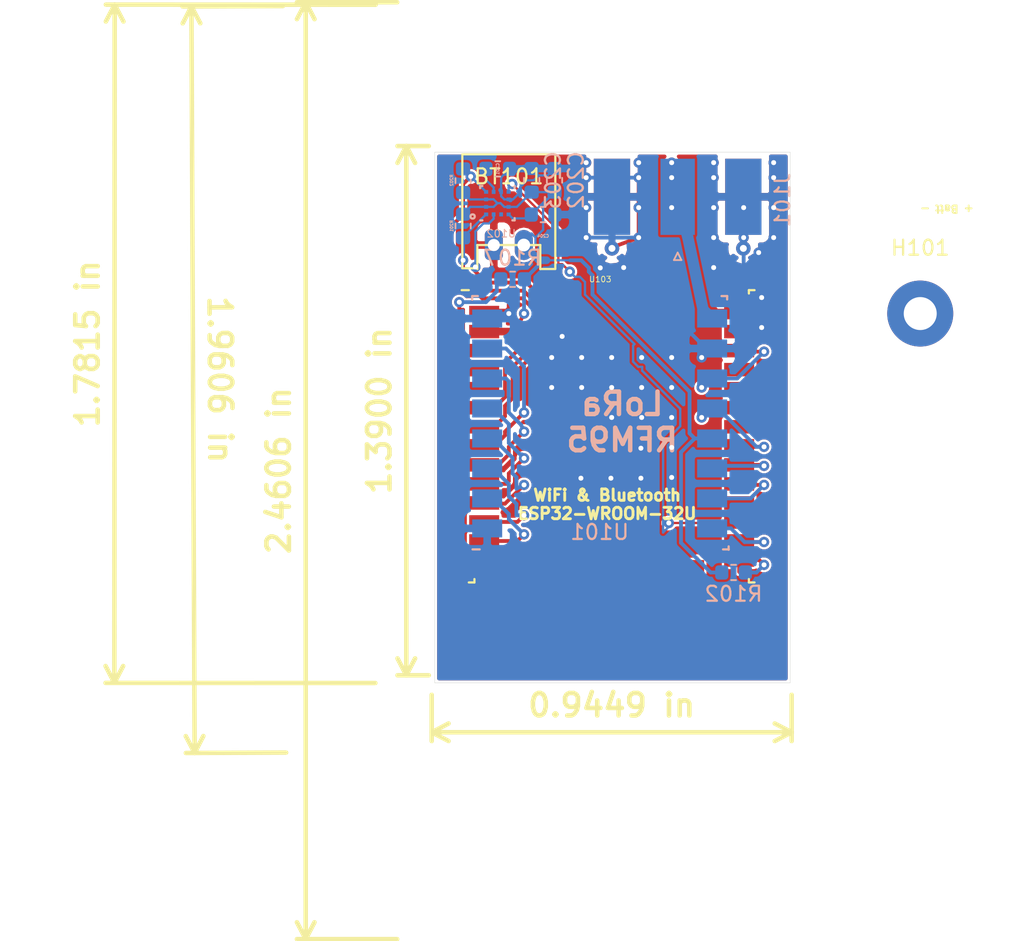
<source format=kicad_pcb>
(kicad_pcb (version 20171130) (host pcbnew "(5.0.2)-1")

  (general
    (thickness 1.6)
    (drawings 14)
    (tracks 351)
    (zones 0)
    (modules 14)
    (nets 41)
  )

  (page A4)
  (title_block
    (title "Cowbell ")
    (date 2019-03-01)
    (rev v02)
    (company "LoRa, WiFi & BLE")
  )

  (layers
    (0 F.Cu signal)
    (31 B.Cu signal)
    (32 B.Adhes user)
    (33 F.Adhes user)
    (34 B.Paste user)
    (35 F.Paste user)
    (36 B.SilkS user)
    (37 F.SilkS user)
    (38 B.Mask user)
    (39 F.Mask user)
    (40 Dwgs.User user)
    (41 Cmts.User user)
    (42 Eco1.User user)
    (43 Eco2.User user)
    (44 Edge.Cuts user)
    (45 Margin user)
    (46 B.CrtYd user)
    (47 F.CrtYd user)
    (48 B.Fab user hide)
    (49 F.Fab user)
  )

  (setup
    (last_trace_width 0.254)
    (user_trace_width 0.1524)
    (user_trace_width 0.254)
    (user_trace_width 0.508)
    (user_trace_width 0.75)
    (trace_clearance 0.1524)
    (zone_clearance 0.15)
    (zone_45_only no)
    (trace_min 0.1524)
    (segment_width 0.2)
    (edge_width 0.1)
    (via_size 0.6858)
    (via_drill 0.3302)
    (via_min_size 0.508)
    (via_min_drill 0.305)
    (uvia_size 0.6858)
    (uvia_drill 0.3302)
    (uvias_allowed no)
    (uvia_min_size 0.254)
    (uvia_min_drill 0.1)
    (pcb_text_width 0.3)
    (pcb_text_size 1.5 1.5)
    (mod_edge_width 0.15)
    (mod_text_size 1 1)
    (mod_text_width 0.15)
    (pad_size 1.7 1.7)
    (pad_drill 1)
    (pad_to_mask_clearance 0)
    (solder_mask_min_width 0.25)
    (aux_axis_origin 0 0)
    (visible_elements 7FFFFFFF)
    (pcbplotparams
      (layerselection 0x010fc_ffffffff)
      (usegerberextensions true)
      (usegerberattributes false)
      (usegerberadvancedattributes false)
      (creategerberjobfile false)
      (excludeedgelayer true)
      (linewidth 0.150000)
      (plotframeref false)
      (viasonmask false)
      (mode 1)
      (useauxorigin false)
      (hpglpennumber 1)
      (hpglpenspeed 20)
      (hpglpendiameter 15.000000)
      (psnegative false)
      (psa4output false)
      (plotreference true)
      (plotvalue true)
      (plotinvisibletext false)
      (padsonsilk false)
      (subtractmaskfromsilk false)
      (outputformat 1)
      (mirror false)
      (drillshape 0)
      (scaleselection 1)
      (outputdirectory ""))
  )

  (net 0 "")
  (net 1 GND)
  (net 2 +3V3)
  (net 3 SCL)
  (net 4 SDA)
  (net 5 "Net-(U103-Pad32)")
  (net 6 "Net-(U103-Pad22)")
  (net 7 "Net-(U103-Pad21)")
  (net 8 "Net-(U103-Pad20)")
  (net 9 "Net-(U103-Pad19)")
  (net 10 "Net-(U103-Pad18)")
  (net 11 "Net-(U103-Pad17)")
  (net 12 "Net-(U103-Pad14)")
  (net 13 "Net-(U103-Pad5)")
  (net 14 "Net-(U103-Pad4)")
  (net 15 "Net-(J101-Pad1)")
  (net 16 "Net-(C201-Pad1)")
  (net 17 Int_MAG)
  (net 18 DRDY_MAG)
  (net 19 Int_XL)
  (net 20 "Net-(R107-Pad2)")
  (net 21 "Net-(U101-Pad6)")
  (net 22 "Net-(U101-Pad5)")
  (net 23 "Net-(U101-Pad4)")
  (net 24 "Net-(U101-Pad3)")
  (net 25 "Net-(U101-Pad2)")
  (net 26 "Net-(R102-Pad2)")
  (net 27 "Net-(U103-Pad35)")
  (net 28 "Net-(U103-Pad34)")
  (net 29 /DIO2)
  (net 30 /DIO1)
  (net 31 /DIO0)
  (net 32 /DIO4)
  (net 33 /DIO3)
  (net 34 /DIO5)
  (net 35 "Net-(U103-Pad23)")
  (net 36 "Net-(U103-Pad16)")
  (net 37 "Net-(U103-Pad24)")
  (net 38 "Net-(U103-Pad37)")
  (net 39 "Net-(U103-Pad33)")
  (net 40 "Net-(U103-Pad28)")

  (net_class Default "This is the default net class."
    (clearance 0.1524)
    (trace_width 0.1524)
    (via_dia 0.6858)
    (via_drill 0.3302)
    (uvia_dia 0.6858)
    (uvia_drill 0.3302)
    (diff_pair_gap 0.1524)
    (diff_pair_width 0.1524)
    (add_net +3V3)
    (add_net /DIO0)
    (add_net /DIO1)
    (add_net /DIO2)
    (add_net /DIO3)
    (add_net /DIO4)
    (add_net /DIO5)
    (add_net DRDY_MAG)
    (add_net GND)
    (add_net Int_MAG)
    (add_net Int_XL)
    (add_net "Net-(C201-Pad1)")
    (add_net "Net-(J101-Pad1)")
    (add_net "Net-(R102-Pad2)")
    (add_net "Net-(R107-Pad2)")
    (add_net "Net-(U101-Pad2)")
    (add_net "Net-(U101-Pad3)")
    (add_net "Net-(U101-Pad4)")
    (add_net "Net-(U101-Pad5)")
    (add_net "Net-(U101-Pad6)")
    (add_net "Net-(U103-Pad14)")
    (add_net "Net-(U103-Pad16)")
    (add_net "Net-(U103-Pad17)")
    (add_net "Net-(U103-Pad18)")
    (add_net "Net-(U103-Pad19)")
    (add_net "Net-(U103-Pad20)")
    (add_net "Net-(U103-Pad21)")
    (add_net "Net-(U103-Pad22)")
    (add_net "Net-(U103-Pad23)")
    (add_net "Net-(U103-Pad24)")
    (add_net "Net-(U103-Pad28)")
    (add_net "Net-(U103-Pad32)")
    (add_net "Net-(U103-Pad33)")
    (add_net "Net-(U103-Pad34)")
    (add_net "Net-(U103-Pad35)")
    (add_net "Net-(U103-Pad37)")
    (add_net "Net-(U103-Pad4)")
    (add_net "Net-(U103-Pad5)")
    (add_net SCL)
    (add_net SDA)
  )

  (module Capacitor_SMD:C_0603_1608Metric (layer B.Cu) (tedit 5B301BBE) (tstamp 5CA988FF)
    (at 123.19 27.178 90)
    (descr "Capacitor SMD 0603 (1608 Metric), square (rectangular) end terminal, IPC_7351 nominal, (Body size source: http://www.tortai-tech.com/upload/download/2011102023233369053.pdf), generated with kicad-footprint-generator")
    (tags capacitor)
    (path /5C816E8B)
    (attr smd)
    (fp_text reference C202 (at 0 1.43 90) (layer B.SilkS)
      (effects (font (size 1 1) (thickness 0.15)) (justify mirror))
    )
    (fp_text value 10µF (at 0 -1.43 90) (layer B.Fab)
      (effects (font (size 1 1) (thickness 0.15)) (justify mirror))
    )
    (fp_line (start -0.8 -0.4) (end -0.8 0.4) (layer B.Fab) (width 0.1))
    (fp_line (start -0.8 0.4) (end 0.8 0.4) (layer B.Fab) (width 0.1))
    (fp_line (start 0.8 0.4) (end 0.8 -0.4) (layer B.Fab) (width 0.1))
    (fp_line (start 0.8 -0.4) (end -0.8 -0.4) (layer B.Fab) (width 0.1))
    (fp_line (start -0.162779 0.51) (end 0.162779 0.51) (layer B.SilkS) (width 0.12))
    (fp_line (start -0.162779 -0.51) (end 0.162779 -0.51) (layer B.SilkS) (width 0.12))
    (fp_line (start -1.48 -0.73) (end -1.48 0.73) (layer B.CrtYd) (width 0.05))
    (fp_line (start -1.48 0.73) (end 1.48 0.73) (layer B.CrtYd) (width 0.05))
    (fp_line (start 1.48 0.73) (end 1.48 -0.73) (layer B.CrtYd) (width 0.05))
    (fp_line (start 1.48 -0.73) (end -1.48 -0.73) (layer B.CrtYd) (width 0.05))
    (fp_text user %R (at 0 0 90) (layer B.Fab)
      (effects (font (size 0.4 0.4) (thickness 0.06)) (justify mirror))
    )
    (pad 1 smd roundrect (at -0.7875 0 90) (size 0.875 0.95) (layers B.Cu B.Paste B.Mask) (roundrect_rratio 0.25)
      (net 2 +3V3))
    (pad 2 smd roundrect (at 0.7875 0 90) (size 0.875 0.95) (layers B.Cu B.Paste B.Mask) (roundrect_rratio 0.25)
      (net 1 GND))
    (model ${KISYS3DMOD}/Capacitor_SMD.3dshapes/C_0603_1608Metric.wrl
      (at (xyz 0 0 0))
      (scale (xyz 1 1 1))
      (rotate (xyz 0 0 0))
    )
  )

  (module Connector_Coaxial:SMA_Molex_73251-1153_EdgeMount_Horizontal (layer B.Cu) (tedit 5A1B666F) (tstamp 5CA97CFC)
    (at 131.4 30 270)
    (descr "Molex SMA RF Connectors, Edge Mount, (http://www.molex.com/pdm_docs/sd/732511150_sd.pdf)")
    (tags "sma edge")
    (path /5C7C7533)
    (attr smd)
    (fp_text reference J101 (at -1.5 -7 270) (layer B.SilkS)
      (effects (font (size 1 1) (thickness 0.15)) (justify mirror))
    )
    (fp_text value Conn_Coaxial (at -1.72 7.11 270) (layer B.Fab)
      (effects (font (size 1 1) (thickness 0.15)) (justify mirror))
    )
    (fp_text user %R (at -1.5 -7 270) (layer B.Fab)
      (effects (font (size 1 1) (thickness 0.15)) (justify mirror))
    )
    (fp_line (start 2.5 -0.25) (end 2.5 0.25) (layer B.Fab) (width 0.1))
    (fp_line (start 2 0) (end 2.5 -0.25) (layer B.Fab) (width 0.1))
    (fp_line (start 2.5 0.25) (end 2 0) (layer B.Fab) (width 0.1))
    (fp_line (start 2.5 -0.25) (end 2 0) (layer B.SilkS) (width 0.12))
    (fp_line (start 2.5 0.25) (end 2.5 -0.25) (layer B.SilkS) (width 0.12))
    (fp_line (start 2 0) (end 2.5 0.25) (layer B.SilkS) (width 0.12))
    (fp_line (start -4.76 0.38) (end 0.49 0.38) (layer B.Fab) (width 0.1))
    (fp_line (start -4.76 -0.38) (end 0.49 -0.38) (layer B.Fab) (width 0.1))
    (fp_line (start 0.49 0.38) (end 0.49 -0.38) (layer B.Fab) (width 0.1))
    (fp_line (start 0.49 -3.75) (end 0.49 -4.76) (layer B.Fab) (width 0.1))
    (fp_line (start 0.49 4.76) (end 0.49 3.75) (layer B.Fab) (width 0.1))
    (fp_line (start -14.29 6.09) (end -14.29 -6.09) (layer B.CrtYd) (width 0.05))
    (fp_line (start -14.29 -6.09) (end 2.71 -6.09) (layer B.CrtYd) (width 0.05))
    (fp_line (start 2.71 6.09) (end 2.71 -6.09) (layer F.CrtYd) (width 0.05))
    (fp_line (start -14.29 6.09) (end 2.71 6.09) (layer F.CrtYd) (width 0.05))
    (fp_line (start -14.29 6.09) (end -14.29 -6.09) (layer F.CrtYd) (width 0.05))
    (fp_line (start -14.29 -6.09) (end 2.71 -6.09) (layer F.CrtYd) (width 0.05))
    (fp_line (start 2.71 6.09) (end 2.71 -6.09) (layer B.CrtYd) (width 0.05))
    (fp_line (start 2.71 6.09) (end -14.29 6.09) (layer B.CrtYd) (width 0.05))
    (fp_line (start -4.76 3.75) (end 0.49 3.75) (layer B.Fab) (width 0.1))
    (fp_line (start -4.76 -3.75) (end 0.49 -3.75) (layer B.Fab) (width 0.1))
    (fp_line (start -13.79 2.65) (end -5.91 2.65) (layer B.Fab) (width 0.1))
    (fp_line (start -13.79 2.65) (end -13.79 -2.65) (layer B.Fab) (width 0.1))
    (fp_line (start -13.79 -2.65) (end -5.91 -2.65) (layer B.Fab) (width 0.1))
    (fp_line (start -4.76 3.75) (end -4.76 -3.75) (layer B.Fab) (width 0.1))
    (fp_line (start 0.49 4.76) (end -5.91 4.76) (layer B.Fab) (width 0.1))
    (fp_line (start -5.91 4.76) (end -5.91 -4.76) (layer B.Fab) (width 0.1))
    (fp_line (start -5.91 -4.76) (end 0.49 -4.76) (layer B.Fab) (width 0.1))
    (pad 1 smd rect (at -1.72 0 270) (size 5.08 2.29) (layers B.Cu B.Paste B.Mask)
      (net 15 "Net-(J101-Pad1)"))
    (pad 2 smd rect (at -1.72 4.38 270) (size 5.08 2.42) (layers B.Cu B.Paste B.Mask)
      (net 1 GND))
    (pad 2 smd rect (at -1.72 -4.38 270) (size 5.08 2.42) (layers B.Cu B.Paste B.Mask)
      (net 1 GND))
    (pad 2 smd rect (at -1.72 4.38 270) (size 5.08 2.42) (layers F.Cu F.Paste F.Mask)
      (net 1 GND))
    (pad 2 smd rect (at -1.72 -4.38 270) (size 5.08 2.42) (layers F.Cu F.Paste F.Mask)
      (net 1 GND))
    (pad 2 thru_hole circle (at 1.72 4.38 270) (size 0.97 0.97) (drill 0.46) (layers *.Cu)
      (net 1 GND))
    (pad 2 thru_hole circle (at 1.72 -4.38 270) (size 0.97 0.97) (drill 0.46) (layers *.Cu)
      (net 1 GND))
    (pad 2 smd rect (at 1.27 4.38 270) (size 0.95 0.46) (layers B.Cu)
      (net 1 GND))
    (pad 2 smd rect (at 1.27 -4.38 270) (size 0.95 0.46) (layers B.Cu)
      (net 1 GND))
    (pad 2 smd rect (at 1.27 4.38 270) (size 0.95 0.46) (layers F.Cu)
      (net 1 GND))
    (pad 2 smd rect (at 1.27 -4.38 270) (size 0.95 0.46) (layers F.Cu)
      (net 1 GND))
    (model ${KISYS3DMOD}/Connector_Coaxial.3dshapes/SMA_Molex_73251-1153_EdgeMount_Horizontal.wrl
      (at (xyz 0 0 0))
      (scale (xyz 1 1 1))
      (rotate (xyz 0 0 0))
    )
  )

  (module Capacitor_SMD:C_0603_1608Metric (layer B.Cu) (tedit 5C9CF9BF) (tstamp 5CA96A58)
    (at 119.4055 26.416)
    (descr "Capacitor SMD 0603 (1608 Metric), square (rectangular) end terminal, IPC_7351 nominal, (Body size source: http://www.tortai-tech.com/upload/download/2011102023233369053.pdf), generated with kicad-footprint-generator")
    (tags capacitor)
    (path /5C816E37)
    (attr smd)
    (fp_text reference C201 (at 0 0 90) (layer B.SilkS)
      (effects (font (size 0.2 0.2) (thickness 0.05)) (justify mirror))
    )
    (fp_text value 0.1µF (at 0 -1.43) (layer B.Fab)
      (effects (font (size 1 1) (thickness 0.15)) (justify mirror))
    )
    (fp_text user %R (at 0 0) (layer B.Fab)
      (effects (font (size 0.4 0.4) (thickness 0.06)) (justify mirror))
    )
    (fp_line (start 1.48 -0.73) (end -1.48 -0.73) (layer B.CrtYd) (width 0.05))
    (fp_line (start 1.48 0.73) (end 1.48 -0.73) (layer B.CrtYd) (width 0.05))
    (fp_line (start -1.48 0.73) (end 1.48 0.73) (layer B.CrtYd) (width 0.05))
    (fp_line (start -1.48 -0.73) (end -1.48 0.73) (layer B.CrtYd) (width 0.05))
    (fp_line (start -0.162779 -0.51) (end 0.162779 -0.51) (layer B.SilkS) (width 0.12))
    (fp_line (start -0.162779 0.51) (end 0.162779 0.51) (layer B.SilkS) (width 0.12))
    (fp_line (start 0.8 -0.4) (end -0.8 -0.4) (layer B.Fab) (width 0.1))
    (fp_line (start 0.8 0.4) (end 0.8 -0.4) (layer B.Fab) (width 0.1))
    (fp_line (start -0.8 0.4) (end 0.8 0.4) (layer B.Fab) (width 0.1))
    (fp_line (start -0.8 -0.4) (end -0.8 0.4) (layer B.Fab) (width 0.1))
    (pad 2 smd roundrect (at 0.7875 0) (size 0.875 0.95) (layers B.Cu B.Paste B.Mask) (roundrect_rratio 0.25)
      (net 1 GND))
    (pad 1 smd roundrect (at -0.7875 0) (size 0.875 0.95) (layers B.Cu B.Paste B.Mask) (roundrect_rratio 0.25)
      (net 16 "Net-(C201-Pad1)"))
    (model ${KISYS3DMOD}/Capacitor_SMD.3dshapes/C_0603_1608Metric.wrl
      (at (xyz 0 0 0))
      (scale (xyz 1 1 1))
      (rotate (xyz 0 0 0))
    )
  )

  (module Capacitor_SMD:C_0603_1608Metric (layer B.Cu) (tedit 5B301BBE) (tstamp 5CA97E8A)
    (at 121.666 27.178 90)
    (descr "Capacitor SMD 0603 (1608 Metric), square (rectangular) end terminal, IPC_7351 nominal, (Body size source: http://www.tortai-tech.com/upload/download/2011102023233369053.pdf), generated with kicad-footprint-generator")
    (tags capacitor)
    (path /5C816DE7)
    (attr smd)
    (fp_text reference C203 (at 0 1.43 90) (layer B.SilkS)
      (effects (font (size 1 1) (thickness 0.15)) (justify mirror))
    )
    (fp_text value 0.1µF (at 0 -1.43 90) (layer B.Fab)
      (effects (font (size 1 1) (thickness 0.15)) (justify mirror))
    )
    (fp_text user %R (at 0 0 90) (layer B.Fab)
      (effects (font (size 0.4 0.4) (thickness 0.06)) (justify mirror))
    )
    (fp_line (start 1.48 -0.73) (end -1.48 -0.73) (layer B.CrtYd) (width 0.05))
    (fp_line (start 1.48 0.73) (end 1.48 -0.73) (layer B.CrtYd) (width 0.05))
    (fp_line (start -1.48 0.73) (end 1.48 0.73) (layer B.CrtYd) (width 0.05))
    (fp_line (start -1.48 -0.73) (end -1.48 0.73) (layer B.CrtYd) (width 0.05))
    (fp_line (start -0.162779 -0.51) (end 0.162779 -0.51) (layer B.SilkS) (width 0.12))
    (fp_line (start -0.162779 0.51) (end 0.162779 0.51) (layer B.SilkS) (width 0.12))
    (fp_line (start 0.8 -0.4) (end -0.8 -0.4) (layer B.Fab) (width 0.1))
    (fp_line (start 0.8 0.4) (end 0.8 -0.4) (layer B.Fab) (width 0.1))
    (fp_line (start -0.8 0.4) (end 0.8 0.4) (layer B.Fab) (width 0.1))
    (fp_line (start -0.8 -0.4) (end -0.8 0.4) (layer B.Fab) (width 0.1))
    (pad 2 smd roundrect (at 0.7875 0 90) (size 0.875 0.95) (layers B.Cu B.Paste B.Mask) (roundrect_rratio 0.25)
      (net 1 GND))
    (pad 1 smd roundrect (at -0.7875 0 90) (size 0.875 0.95) (layers B.Cu B.Paste B.Mask) (roundrect_rratio 0.25)
      (net 2 +3V3))
    (model ${KISYS3DMOD}/Capacitor_SMD.3dshapes/C_0603_1608Metric.wrl
      (at (xyz 0 0 0))
      (scale (xyz 1 1 1))
      (rotate (xyz 0 0 0))
    )
  )

  (module Capacitor_SMD:C_0603_1608Metric (layer B.Cu) (tedit 5C9CF607) (tstamp 5CA96A38)
    (at 122.428 29.464)
    (descr "Capacitor SMD 0603 (1608 Metric), square (rectangular) end terminal, IPC_7351 nominal, (Body size source: http://www.tortai-tech.com/upload/download/2011102023233369053.pdf), generated with kicad-footprint-generator")
    (tags capacitor)
    (path /5C816C98)
    (attr smd)
    (fp_text reference C204 (at 0 1.43) (layer B.SilkS)
      (effects (font (size 0.2 0.2) (thickness 0.05)) (justify mirror))
    )
    (fp_text value 0.1µF (at 0 -1.43) (layer B.Fab)
      (effects (font (size 1 1) (thickness 0.15)) (justify mirror))
    )
    (fp_text user %R (at 0 0) (layer B.Fab)
      (effects (font (size 0.4 0.4) (thickness 0.06)) (justify mirror))
    )
    (fp_line (start 1.48 -0.73) (end -1.48 -0.73) (layer B.CrtYd) (width 0.05))
    (fp_line (start 1.48 0.73) (end 1.48 -0.73) (layer B.CrtYd) (width 0.05))
    (fp_line (start -1.48 0.73) (end 1.48 0.73) (layer B.CrtYd) (width 0.05))
    (fp_line (start -1.48 -0.73) (end -1.48 0.73) (layer B.CrtYd) (width 0.05))
    (fp_line (start -0.162779 -0.51) (end 0.162779 -0.51) (layer B.SilkS) (width 0.12))
    (fp_line (start -0.162779 0.51) (end 0.162779 0.51) (layer B.SilkS) (width 0.12))
    (fp_line (start 0.8 -0.4) (end -0.8 -0.4) (layer B.Fab) (width 0.1))
    (fp_line (start 0.8 0.4) (end 0.8 -0.4) (layer B.Fab) (width 0.1))
    (fp_line (start -0.8 0.4) (end 0.8 0.4) (layer B.Fab) (width 0.1))
    (fp_line (start -0.8 -0.4) (end -0.8 0.4) (layer B.Fab) (width 0.1))
    (pad 2 smd roundrect (at 0.7875 0) (size 0.875 0.95) (layers B.Cu B.Paste B.Mask) (roundrect_rratio 0.25)
      (net 1 GND))
    (pad 1 smd roundrect (at -0.7875 0) (size 0.875 0.95) (layers B.Cu B.Paste B.Mask) (roundrect_rratio 0.25)
      (net 2 +3V3))
    (model ${KISYS3DMOD}/Capacitor_SMD.3dshapes/C_0603_1608Metric.wrl
      (at (xyz 0 0 0))
      (scale (xyz 1 1 1))
      (rotate (xyz 0 0 0))
    )
  )

  (module Resistor_SMD:R_0603_1608Metric (layer B.Cu) (tedit 5C9CF5E2) (tstamp 5CA968A6)
    (at 117.094 30.226 90)
    (descr "Resistor SMD 0603 (1608 Metric), square (rectangular) end terminal, IPC_7351 nominal, (Body size source: http://www.tortai-tech.com/upload/download/2011102023233369053.pdf), generated with kicad-footprint-generator")
    (tags resistor)
    (path /5C83B915)
    (attr smd)
    (fp_text reference R201 (at 0 -0.762 90) (layer B.SilkS)
      (effects (font (size 0.2 0.2) (thickness 0.05)) (justify mirror))
    )
    (fp_text value 2k2 (at 0 -1.43 90) (layer B.Fab)
      (effects (font (size 1 1) (thickness 0.15)) (justify mirror))
    )
    (fp_text user %R (at 0 0 90) (layer B.Fab)
      (effects (font (size 0.4 0.4) (thickness 0.06)) (justify mirror))
    )
    (fp_line (start 1.48 -0.73) (end -1.48 -0.73) (layer B.CrtYd) (width 0.05))
    (fp_line (start 1.48 0.73) (end 1.48 -0.73) (layer B.CrtYd) (width 0.05))
    (fp_line (start -1.48 0.73) (end 1.48 0.73) (layer B.CrtYd) (width 0.05))
    (fp_line (start -1.48 -0.73) (end -1.48 0.73) (layer B.CrtYd) (width 0.05))
    (fp_line (start -0.162779 -0.51) (end 0.162779 -0.51) (layer B.SilkS) (width 0.12))
    (fp_line (start -0.162779 0.51) (end 0.162779 0.51) (layer B.SilkS) (width 0.12))
    (fp_line (start 0.8 -0.4) (end -0.8 -0.4) (layer B.Fab) (width 0.1))
    (fp_line (start 0.8 0.4) (end 0.8 -0.4) (layer B.Fab) (width 0.1))
    (fp_line (start -0.8 0.4) (end 0.8 0.4) (layer B.Fab) (width 0.1))
    (fp_line (start -0.8 -0.4) (end -0.8 0.4) (layer B.Fab) (width 0.1))
    (pad 2 smd roundrect (at 0.7875 0 90) (size 0.875 0.95) (layers B.Cu B.Paste B.Mask) (roundrect_rratio 0.25)
      (net 2 +3V3))
    (pad 1 smd roundrect (at -0.7875 0 90) (size 0.875 0.95) (layers B.Cu B.Paste B.Mask) (roundrect_rratio 0.25)
      (net 3 SCL))
    (model ${KISYS3DMOD}/Resistor_SMD.3dshapes/R_0603_1608Metric.wrl
      (at (xyz 0 0 0))
      (scale (xyz 1 1 1))
      (rotate (xyz 0 0 0))
    )
  )

  (module Resistor_SMD:R_0603_1608Metric (layer B.Cu) (tedit 5C9CFBE2) (tstamp 5CA96896)
    (at 117.094 27.2035 90)
    (descr "Resistor SMD 0603 (1608 Metric), square (rectangular) end terminal, IPC_7351 nominal, (Body size source: http://www.tortai-tech.com/upload/download/2011102023233369053.pdf), generated with kicad-footprint-generator")
    (tags resistor)
    (path /5C83BBD1)
    (attr smd)
    (fp_text reference R202 (at 0.0255 -0.762 90) (layer B.SilkS)
      (effects (font (size 0.2 0.2) (thickness 0.05)) (justify mirror))
    )
    (fp_text value 2k2 (at 0 -1.43 90) (layer B.Fab)
      (effects (font (size 1 1) (thickness 0.15)) (justify mirror))
    )
    (fp_text user %R (at 0 0 90) (layer B.Fab)
      (effects (font (size 0.4 0.4) (thickness 0.06)) (justify mirror))
    )
    (fp_line (start 1.48 -0.73) (end -1.48 -0.73) (layer B.CrtYd) (width 0.05))
    (fp_line (start 1.48 0.73) (end 1.48 -0.73) (layer B.CrtYd) (width 0.05))
    (fp_line (start -1.48 0.73) (end 1.48 0.73) (layer B.CrtYd) (width 0.05))
    (fp_line (start -1.48 -0.73) (end -1.48 0.73) (layer B.CrtYd) (width 0.05))
    (fp_line (start -0.162779 -0.51) (end 0.162779 -0.51) (layer B.SilkS) (width 0.12))
    (fp_line (start -0.162779 0.51) (end 0.162779 0.51) (layer B.SilkS) (width 0.12))
    (fp_line (start 0.8 -0.4) (end -0.8 -0.4) (layer B.Fab) (width 0.1))
    (fp_line (start 0.8 0.4) (end 0.8 -0.4) (layer B.Fab) (width 0.1))
    (fp_line (start -0.8 0.4) (end 0.8 0.4) (layer B.Fab) (width 0.1))
    (fp_line (start -0.8 -0.4) (end -0.8 0.4) (layer B.Fab) (width 0.1))
    (pad 2 smd roundrect (at 0.7875 0 90) (size 0.875 0.95) (layers B.Cu B.Paste B.Mask) (roundrect_rratio 0.25)
      (net 4 SDA))
    (pad 1 smd roundrect (at -0.7875 0 90) (size 0.875 0.95) (layers B.Cu B.Paste B.Mask) (roundrect_rratio 0.25)
      (net 2 +3V3))
    (model ${KISYS3DMOD}/Resistor_SMD.3dshapes/R_0603_1608Metric.wrl
      (at (xyz 0 0 0))
      (scale (xyz 1 1 1))
      (rotate (xyz 0 0 0))
    )
  )

  (module Resistor_SMD:R_0603_1608Metric (layer B.Cu) (tedit 5B301BBD) (tstamp 5CA96866)
    (at 135.128 53.34)
    (descr "Resistor SMD 0603 (1608 Metric), square (rectangular) end terminal, IPC_7351 nominal, (Body size source: http://www.tortai-tech.com/upload/download/2011102023233369053.pdf), generated with kicad-footprint-generator")
    (tags resistor)
    (path /5C906889)
    (attr smd)
    (fp_text reference R102 (at 0 1.43) (layer B.SilkS)
      (effects (font (size 1 1) (thickness 0.15)) (justify mirror))
    )
    (fp_text value 2k2 (at 0 -1.43) (layer B.Fab)
      (effects (font (size 1 1) (thickness 0.15)) (justify mirror))
    )
    (fp_text user %R (at 0 0) (layer B.Fab)
      (effects (font (size 0.4 0.4) (thickness 0.06)) (justify mirror))
    )
    (fp_line (start 1.48 -0.73) (end -1.48 -0.73) (layer B.CrtYd) (width 0.05))
    (fp_line (start 1.48 0.73) (end 1.48 -0.73) (layer B.CrtYd) (width 0.05))
    (fp_line (start -1.48 0.73) (end 1.48 0.73) (layer B.CrtYd) (width 0.05))
    (fp_line (start -1.48 -0.73) (end -1.48 0.73) (layer B.CrtYd) (width 0.05))
    (fp_line (start -0.162779 -0.51) (end 0.162779 -0.51) (layer B.SilkS) (width 0.12))
    (fp_line (start -0.162779 0.51) (end 0.162779 0.51) (layer B.SilkS) (width 0.12))
    (fp_line (start 0.8 -0.4) (end -0.8 -0.4) (layer B.Fab) (width 0.1))
    (fp_line (start 0.8 0.4) (end 0.8 -0.4) (layer B.Fab) (width 0.1))
    (fp_line (start -0.8 0.4) (end 0.8 0.4) (layer B.Fab) (width 0.1))
    (fp_line (start -0.8 -0.4) (end -0.8 0.4) (layer B.Fab) (width 0.1))
    (pad 2 smd roundrect (at 0.7875 0) (size 0.875 0.95) (layers B.Cu B.Paste B.Mask) (roundrect_rratio 0.25)
      (net 26 "Net-(R102-Pad2)"))
    (pad 1 smd roundrect (at -0.7875 0) (size 0.875 0.95) (layers B.Cu B.Paste B.Mask) (roundrect_rratio 0.25)
      (net 2 +3V3))
    (model ${KISYS3DMOD}/Resistor_SMD.3dshapes/R_0603_1608Metric.wrl
      (at (xyz 0 0 0))
      (scale (xyz 1 1 1))
      (rotate (xyz 0 0 0))
    )
  )

  (module Resistor_SMD:R_0603_1608Metric (layer B.Cu) (tedit 5B301BBD) (tstamp 5CA96846)
    (at 120.396 33.782 180)
    (descr "Resistor SMD 0603 (1608 Metric), square (rectangular) end terminal, IPC_7351 nominal, (Body size source: http://www.tortai-tech.com/upload/download/2011102023233369053.pdf), generated with kicad-footprint-generator")
    (tags resistor)
    (path /5C9B7F04)
    (attr smd)
    (fp_text reference R107 (at 0 1.43 180) (layer B.SilkS)
      (effects (font (size 1 1) (thickness 0.15)) (justify mirror))
    )
    (fp_text value 2k2 (at 0 -1.43 180) (layer B.Fab)
      (effects (font (size 1 1) (thickness 0.15)) (justify mirror))
    )
    (fp_line (start -0.8 -0.4) (end -0.8 0.4) (layer B.Fab) (width 0.1))
    (fp_line (start -0.8 0.4) (end 0.8 0.4) (layer B.Fab) (width 0.1))
    (fp_line (start 0.8 0.4) (end 0.8 -0.4) (layer B.Fab) (width 0.1))
    (fp_line (start 0.8 -0.4) (end -0.8 -0.4) (layer B.Fab) (width 0.1))
    (fp_line (start -0.162779 0.51) (end 0.162779 0.51) (layer B.SilkS) (width 0.12))
    (fp_line (start -0.162779 -0.51) (end 0.162779 -0.51) (layer B.SilkS) (width 0.12))
    (fp_line (start -1.48 -0.73) (end -1.48 0.73) (layer B.CrtYd) (width 0.05))
    (fp_line (start -1.48 0.73) (end 1.48 0.73) (layer B.CrtYd) (width 0.05))
    (fp_line (start 1.48 0.73) (end 1.48 -0.73) (layer B.CrtYd) (width 0.05))
    (fp_line (start 1.48 -0.73) (end -1.48 -0.73) (layer B.CrtYd) (width 0.05))
    (fp_text user %R (at 0 0 180) (layer B.Fab)
      (effects (font (size 0.4 0.4) (thickness 0.06)) (justify mirror))
    )
    (pad 1 smd roundrect (at -0.7875 0 180) (size 0.875 0.95) (layers B.Cu B.Paste B.Mask) (roundrect_rratio 0.25)
      (net 2 +3V3))
    (pad 2 smd roundrect (at 0.7875 0 180) (size 0.875 0.95) (layers B.Cu B.Paste B.Mask) (roundrect_rratio 0.25)
      (net 20 "Net-(R107-Pad2)"))
    (model ${KISYS3DMOD}/Resistor_SMD.3dshapes/R_0603_1608Metric.wrl
      (at (xyz 0 0 0))
      (scale (xyz 1 1 1))
      (rotate (xyz 0 0 0))
    )
  )

  (module Emborg:SP32-WROOM-32U (layer F.Cu) (tedit 5C79B430) (tstamp 5C801A37)
    (at 127 44.255)
    (path /5C7AFF0D)
    (attr smd)
    (fp_text reference U103 (at -0.762 -10.473) (layer F.SilkS)
      (effects (font (size 0.381 0.381) (thickness 0.0508)))
    )
    (fp_text value ESP32-WROOM-32 (at 0 11.6) (layer F.Fab)
      (effects (font (size 1 1) (thickness 0.15)))
    )
    (fp_line (start -8 -9.6) (end -9 -8.6) (layer F.Fab) (width 0.15))
    (fp_line (start -9 -8.6) (end -9 9.6) (layer F.Fab) (width 0.15))
    (fp_line (start -9 9.6) (end 9 9.6) (layer F.Fab) (width 0.15))
    (fp_line (start 9 9.6) (end 9 -9.6) (layer F.Fab) (width 0.15))
    (fp_line (start 9 -9.6) (end -8 -9.6) (layer F.Fab) (width 0.15))
    (fp_line (start 9.525 -9.75) (end 9.15 -9.75) (layer F.SilkS) (width 0.15))
    (fp_line (start 9.15 -9.75) (end 9.15 -9.525) (layer F.SilkS) (width 0.15))
    (fp_line (start 9.525 9.75) (end 9.15 9.75) (layer F.SilkS) (width 0.15))
    (fp_line (start 9.15 9.75) (end 9.15 9.525) (layer F.SilkS) (width 0.15))
    (fp_line (start -9.525 9.75) (end -9.15 9.75) (layer F.SilkS) (width 0.15))
    (fp_line (start -9.15 9.75) (end -9.15 9.525) (layer F.SilkS) (width 0.15))
    (fp_line (start -9.525 -9.75) (end -10 -9.75) (layer F.SilkS) (width 0.15))
    (fp_line (start -10.25 -10.85) (end 10.25 -10.85) (layer F.CrtYd) (width 0.05))
    (fp_line (start 10.25 -10.85) (end 10.25 10.85) (layer F.CrtYd) (width 0.05))
    (fp_line (start 10.25 10.85) (end -10.25 10.85) (layer F.CrtYd) (width 0.05))
    (fp_line (start -10.25 10.85) (end -10.25 -10.85) (layer F.CrtYd) (width 0.05))
    (pad 1 smd rect (at -8.5 -8.255 90) (size 0.9 2) (layers F.Cu F.Paste F.Mask)
      (net 1 GND))
    (pad 2 smd rect (at -8.5 -6.985 90) (size 0.9 2) (layers F.Cu F.Paste F.Mask)
      (net 2 +3V3))
    (pad 3 smd rect (at -8.5 -5.715 90) (size 0.9 2) (layers F.Cu F.Paste F.Mask)
      (net 20 "Net-(R107-Pad2)"))
    (pad 4 smd rect (at -8.5 -4.445 90) (size 0.9 2) (layers F.Cu F.Paste F.Mask)
      (net 14 "Net-(U103-Pad4)"))
    (pad 5 smd rect (at -8.5 -3.175 90) (size 0.9 2) (layers F.Cu F.Paste F.Mask)
      (net 13 "Net-(U103-Pad5)"))
    (pad 6 smd rect (at -8.5 -1.905 90) (size 0.9 2) (layers F.Cu F.Paste F.Mask)
      (net 4 SDA))
    (pad 7 smd rect (at -8.5 -0.635 90) (size 0.9 2) (layers F.Cu F.Paste F.Mask)
      (net 3 SCL))
    (pad 8 smd rect (at -8.5 0.635 90) (size 0.9 2) (layers F.Cu F.Paste F.Mask)
      (net 34 /DIO5))
    (pad 9 smd rect (at -8.5 1.905 90) (size 0.9 2) (layers F.Cu F.Paste F.Mask)
      (net 21 "Net-(U101-Pad6)"))
    (pad 10 smd rect (at -8.5 3.175 90) (size 0.9 2) (layers F.Cu F.Paste F.Mask)
      (net 22 "Net-(U101-Pad5)"))
    (pad 11 smd rect (at -8.5 4.445 90) (size 0.9 2) (layers F.Cu F.Paste F.Mask)
      (net 23 "Net-(U101-Pad4)"))
    (pad 12 smd rect (at -8.5 5.715 90) (size 0.9 2) (layers F.Cu F.Paste F.Mask)
      (net 24 "Net-(U101-Pad3)"))
    (pad 13 smd rect (at -8.5 6.985 90) (size 0.9 2) (layers F.Cu F.Paste F.Mask)
      (net 25 "Net-(U101-Pad2)"))
    (pad 14 smd rect (at -8.5 8.255 90) (size 0.9 2) (layers F.Cu F.Paste F.Mask)
      (net 12 "Net-(U103-Pad14)"))
    (pad 15 smd rect (at -5.715 9.255) (size 0.9 2) (layers F.Cu F.Paste F.Mask)
      (net 1 GND))
    (pad 16 smd rect (at -4.445 9.255) (size 0.9 2) (layers F.Cu F.Paste F.Mask)
      (net 36 "Net-(U103-Pad16)"))
    (pad 17 smd rect (at -3.175 9.255) (size 0.9 2) (layers F.Cu F.Paste F.Mask)
      (net 11 "Net-(U103-Pad17)"))
    (pad 18 smd rect (at -1.905 9.255) (size 0.9 2) (layers F.Cu F.Paste F.Mask)
      (net 10 "Net-(U103-Pad18)"))
    (pad 19 smd rect (at -0.635 9.255) (size 0.9 2) (layers F.Cu F.Paste F.Mask)
      (net 9 "Net-(U103-Pad19)"))
    (pad 20 smd rect (at 0.635 9.255) (size 0.9 2) (layers F.Cu F.Paste F.Mask)
      (net 8 "Net-(U103-Pad20)"))
    (pad 21 smd rect (at 1.905 9.255) (size 0.9 2) (layers F.Cu F.Paste F.Mask)
      (net 7 "Net-(U103-Pad21)"))
    (pad 22 smd rect (at 3.175 9.255) (size 0.9 2) (layers F.Cu F.Paste F.Mask)
      (net 6 "Net-(U103-Pad22)"))
    (pad 23 smd rect (at 4.445 9.255) (size 0.9 2) (layers F.Cu F.Paste F.Mask)
      (net 35 "Net-(U103-Pad23)"))
    (pad 24 smd rect (at 5.715 9.255) (size 0.9 2) (layers F.Cu F.Paste F.Mask)
      (net 37 "Net-(U103-Pad24)"))
    (pad 25 smd rect (at 8.5 8.255 90) (size 0.9 2) (layers F.Cu F.Paste F.Mask)
      (net 26 "Net-(R102-Pad2)"))
    (pad 26 smd rect (at 8.5 6.985 90) (size 0.9 2) (layers F.Cu F.Paste F.Mask)
      (net 29 /DIO2))
    (pad 27 smd rect (at 8.5 5.715 90) (size 0.9 2) (layers F.Cu F.Paste F.Mask)
      (net 17 Int_MAG))
    (pad 28 smd rect (at 8.5 4.445 90) (size 0.9 2) (layers F.Cu F.Paste F.Mask)
      (net 40 "Net-(U103-Pad28)"))
    (pad 29 smd rect (at 8.5 3.175 90) (size 0.9 2) (layers F.Cu F.Paste F.Mask)
      (net 30 /DIO1))
    (pad 30 smd rect (at 8.5 1.905 90) (size 0.9 2) (layers F.Cu F.Paste F.Mask)
      (net 31 /DIO0))
    (pad 31 smd rect (at 8.5 0.635 90) (size 0.9 2) (layers F.Cu F.Paste F.Mask)
      (net 32 /DIO4))
    (pad 32 smd rect (at 8.5 -0.635 90) (size 0.9 2) (layers F.Cu F.Paste F.Mask)
      (net 5 "Net-(U103-Pad32)"))
    (pad 33 smd rect (at 8.5 -1.905 90) (size 0.9 2) (layers F.Cu F.Paste F.Mask)
      (net 39 "Net-(U103-Pad33)"))
    (pad 34 smd rect (at 8.5 -3.175 90) (size 0.9 2) (layers F.Cu F.Paste F.Mask)
      (net 28 "Net-(U103-Pad34)"))
    (pad 35 smd rect (at 8.5 -4.445 90) (size 0.9 2) (layers F.Cu F.Paste F.Mask)
      (net 27 "Net-(U103-Pad35)"))
    (pad 36 smd rect (at 8.5 -5.715 90) (size 0.9 2) (layers F.Cu F.Paste F.Mask)
      (net 33 /DIO3))
    (pad 37 smd rect (at 8.5 -6.985 90) (size 0.9 2) (layers F.Cu F.Paste F.Mask)
      (net 38 "Net-(U103-Pad37)"))
    (pad 38 smd rect (at 8.5 -8.255 90) (size 0.9 2) (layers F.Cu F.Paste F.Mask)
      (net 1 GND))
    (pad 39 smd rect (at -1.5 -0.755) (size 5 5) (layers F.Cu F.Paste F.Mask)
      (net 1 GND) (solder_paste_margin -0.1))
  )

  (module Emborg:RFM95 (layer B.Cu) (tedit 5C90B727) (tstamp 5C9341FD)
    (at 126.2 43.4)
    (path /5C910B5C)
    (attr smd)
    (fp_text reference U101 (at 0 7.25) (layer B.SilkS)
      (effects (font (size 1 1) (thickness 0.15)) (justify mirror))
    )
    (fp_text value RFM9x (at 0 -6.75) (layer B.Fab)
      (effects (font (size 1 1) (thickness 0.15)) (justify mirror))
    )
    (fp_line (start -8 7.5) (end -7.5 8) (layer B.Fab) (width 0.15))
    (fp_line (start -8 7.5) (end -8 -8) (layer B.Fab) (width 0.15))
    (fp_line (start -8 -8) (end 8 -8) (layer B.Fab) (width 0.15))
    (fp_line (start 8 -8) (end 8 8) (layer B.Fab) (width 0.15))
    (fp_line (start 8 8) (end -7.5 8) (layer B.Fab) (width 0.15))
    (fp_line (start 8.225 8.4) (end 8.6 8.4) (layer B.SilkS) (width 0.15))
    (fp_line (start 8.6 8.425) (end 8.6 8.2) (layer B.SilkS) (width 0.15))
    (fp_line (start 8.5 -8.5) (end 8.125 -8.5) (layer B.SilkS) (width 0.15))
    (fp_line (start 8.5 -8.5) (end 8.5 -8.275) (layer B.SilkS) (width 0.15))
    (fp_line (start -8.125 -8.5) (end -8.5 -8.5) (layer B.SilkS) (width 0.15))
    (fp_line (start -8.5 -8.475) (end -8.5 -8.25) (layer B.SilkS) (width 0.15))
    (fp_line (start -8 8.4) (end -8.475 8.4) (layer B.SilkS) (width 0.15))
    (fp_line (start -8.75 8.75) (end 8.75 8.75) (layer B.CrtYd) (width 0.05))
    (fp_line (start 8.75 8.75) (end 8.75 -8.75) (layer B.CrtYd) (width 0.05))
    (fp_line (start 8.75 -8.75) (end -8.75 -8.75) (layer B.CrtYd) (width 0.05))
    (fp_line (start -8.75 -8.75) (end -8.75 8.75) (layer B.CrtYd) (width 0.05))
    (pad 1 smd rect (at -7.5 7 270) (size 1.2 2) (layers B.Cu B.Paste B.Mask)
      (net 1 GND))
    (pad 2 smd rect (at -7.5 5 270) (size 1.2 2) (layers B.Cu B.Paste B.Mask)
      (net 25 "Net-(U101-Pad2)"))
    (pad 3 smd rect (at -7.5 3 270) (size 1.2 2) (layers B.Cu B.Paste B.Mask)
      (net 24 "Net-(U101-Pad3)"))
    (pad 4 smd rect (at -7.5 1 270) (size 1.2 2) (layers B.Cu B.Paste B.Mask)
      (net 23 "Net-(U101-Pad4)"))
    (pad 5 smd rect (at -7.5 -1 270) (size 1.2 2) (layers B.Cu B.Paste B.Mask)
      (net 22 "Net-(U101-Pad5)"))
    (pad 6 smd rect (at -7.5 -3 270) (size 1.2 2) (layers B.Cu B.Paste B.Mask)
      (net 21 "Net-(U101-Pad6)"))
    (pad 7 smd rect (at -7.5 -5 270) (size 1.2 2) (layers B.Cu B.Paste B.Mask)
      (net 34 /DIO5))
    (pad 8 smd rect (at -7.5 -7 270) (size 1.2 2) (layers B.Cu B.Paste B.Mask)
      (net 1 GND))
    (pad 9 smd rect (at 7.5 -7 270) (size 1.2 2) (layers B.Cu B.Paste B.Mask)
      (net 15 "Net-(J101-Pad1)"))
    (pad 10 smd rect (at 7.5 -5 270) (size 1.2 2) (layers B.Cu B.Paste B.Mask)
      (net 1 GND))
    (pad 11 smd rect (at 7.5 -3 270) (size 1.2 2) (layers B.Cu B.Paste B.Mask)
      (net 33 /DIO3))
    (pad 12 smd rect (at 7.5 -1 270) (size 1.2 2) (layers B.Cu B.Paste B.Mask)
      (net 32 /DIO4))
    (pad 13 smd rect (at 7.5 1 270) (size 1.2 2) (layers B.Cu B.Paste B.Mask)
      (net 2 +3V3))
    (pad 14 smd rect (at 7.5 3 270) (size 1.2 2) (layers B.Cu B.Paste B.Mask)
      (net 31 /DIO0))
    (pad 15 smd rect (at 7.5 5 270) (size 1.2 2) (layers B.Cu B.Paste B.Mask)
      (net 30 /DIO1))
    (pad 16 smd rect (at 7.5 7 90) (size 1.2 2) (layers B.Cu B.Paste B.Mask)
      (net 29 /DIO2))
  )

  (module Emborg:batt_Connector (layer F.Cu) (tedit 5C8890A8) (tstamp 5C851A88)
    (at 120.142 31.496)
    (tags "Rectangular Connectors - Headers, Male Pins")
    (path /5C97B3FF)
    (fp_text reference BT101 (at 0 -4.572) (layer F.SilkS)
      (effects (font (size 1 1) (thickness 0.15)))
    )
    (fp_text value Battery_Cell (at 1.016 -7.874) (layer F.Fab)
      (effects (font (size 1 1) (thickness 0.15)))
    )
    (fp_line (start 2.1 1.6) (end 3.1 1.6) (layer F.SilkS) (width 0.15))
    (fp_line (start 2.1 0) (end 2.1 1.6) (layer F.SilkS) (width 0.15))
    (fp_line (start -2.1 0) (end 2.1 0) (layer F.SilkS) (width 0.15))
    (fp_line (start -2.1 1.6) (end -2.1 0) (layer F.SilkS) (width 0.15))
    (fp_line (start -3.15 -6.05) (end -3.15 1.6) (layer F.CrtYd) (width 0.05))
    (fp_line (start 3.15 -6.05) (end -3.15 -6.05) (layer F.CrtYd) (width 0.05))
    (fp_line (start 3.15 1.6) (end 3.15 -6.05) (layer F.CrtYd) (width 0.05))
    (fp_line (start -3.15 1.6) (end 3.15 1.6) (layer F.CrtYd) (width 0.05))
    (fp_line (start -3.1 -6.05) (end -3.1 1.55) (layer F.SilkS) (width 0.15))
    (fp_line (start 3.1 -6.05) (end -3.1 -6.05) (layer F.SilkS) (width 0.15))
    (fp_line (start 3.1 1.55) (end 3.1 -6) (layer F.SilkS) (width 0.15))
    (fp_line (start -3.1 1.55) (end -2.1 1.55) (layer F.SilkS) (width 0.15))
    (pad 1 thru_hole oval (at 1 0) (size 1.2 2) (drill 0.85) (layers *.Cu *.Mask)
      (net 2 +3V3))
    (pad 2 thru_hole roundrect (at -1 0) (size 1.2 2) (drill 0.805) (layers *.Cu *.Mask) (roundrect_rratio 0.25)
      (net 1 GND))
  )

  (module Emborg:QFN-12_2x2_lsm303c (layer B.Cu) (tedit 5C7C23AC) (tstamp 5C840FB9)
    (at 119.38 28.702)
    (path /5C7B0225)
    (attr smd)
    (fp_text reference U102 (at 0.254 2.032) (layer B.SilkS)
      (effects (font (size 0.5 0.5) (thickness 0.075)) (justify mirror))
    )
    (fp_text value LSM303C (at 1.216 2.308) (layer B.Fab)
      (effects (font (size 0.3 0.3) (thickness 0.075)) (justify mirror))
    )
    (fp_circle (center -1.651 0.889) (end -1.50901 0.889) (layer B.SilkS) (width 0.15))
    (fp_line (start -1.4 -1.4) (end -1.4 1.4) (layer B.CrtYd) (width 0.05))
    (fp_line (start 1.4 -1.4) (end -1.4 -1.4) (layer B.CrtYd) (width 0.05))
    (fp_line (start 1.4 1.4) (end 1.4 -1.4) (layer B.CrtYd) (width 0.05))
    (fp_line (start -1.4 1.4) (end 1.4 1.4) (layer B.CrtYd) (width 0.05))
    (fp_line (start -1 1.15) (end -1.1375 1.15) (layer B.SilkS) (width 0.15))
    (fp_line (start -1.15 -1.15) (end -1.15 -1) (layer B.SilkS) (width 0.15))
    (fp_line (start -1 -1.15) (end -1.15 -1.15) (layer B.SilkS) (width 0.15))
    (fp_line (start 1.15 -1.15) (end 1.15 -1) (layer B.SilkS) (width 0.15))
    (fp_line (start 1 -1.15) (end 1.15 -1.15) (layer B.SilkS) (width 0.15))
    (fp_line (start 1.15 1.15) (end 1.15 1) (layer B.SilkS) (width 0.15))
    (fp_line (start 1 1.15) (end 1.15 1.15) (layer B.SilkS) (width 0.15))
    (fp_line (start 1 1) (end 0 1) (layer B.Fab) (width 0.15))
    (fp_line (start 1 -1) (end 1 1) (layer B.Fab) (width 0.15))
    (fp_line (start -1 -1) (end 1 -1) (layer B.Fab) (width 0.15))
    (fp_line (start -1 0) (end -1 -1) (layer B.Fab) (width 0.15))
    (fp_line (start 0 1) (end -1 0) (layer B.Fab) (width 0.15))
    (pad 12 smd rect (at -0.25 0.75) (size 0.25 0.275) (layers B.Cu B.Paste B.Mask)
      (net 19 Int_XL))
    (pad 11 smd rect (at 0.25 0.75) (size 0.25 0.275) (layers B.Cu B.Paste B.Mask)
      (net 18 DRDY_MAG))
    (pad 10 smd rect (at 0.75 0.75 270) (size 0.25 0.275) (layers B.Cu B.Paste B.Mask)
      (net 2 +3V3))
    (pad 9 smd rect (at 0.75 0.25 270) (size 0.25 0.275) (layers B.Cu B.Paste B.Mask)
      (net 2 +3V3))
    (pad 8 smd rect (at 0.75 -0.25 270) (size 0.25 0.275) (layers B.Cu B.Paste B.Mask)
      (net 1 GND))
    (pad 7 smd rect (at 0.75 -0.75 270) (size 0.25 0.275) (layers B.Cu B.Paste B.Mask)
      (net 17 Int_MAG))
    (pad 6 smd rect (at 0.25 -0.75) (size 0.25 0.275) (layers B.Cu B.Paste B.Mask)
      (net 1 GND))
    (pad 5 smd rect (at -0.25 -0.75) (size 0.25 0.275) (layers B.Cu B.Paste B.Mask)
      (net 16 "Net-(C201-Pad1)"))
    (pad 4 smd rect (at -0.75 -0.75 270) (size 0.25 0.275) (layers B.Cu B.Paste B.Mask)
      (net 4 SDA))
    (pad 3 smd rect (at -0.75 -0.25 270) (size 0.25 0.275) (layers B.Cu B.Paste B.Mask)
      (net 2 +3V3))
    (pad 2 smd rect (at -0.75 0.25 270) (size 0.25 0.275) (layers B.Cu B.Paste B.Mask)
      (net 2 +3V3))
    (pad 1 smd rect (at -0.75 0.75 270) (size 0.25 0.275) (layers B.Cu B.Paste B.Mask)
      (net 3 SCL))
  )

  (module Mounting_Holes:MountingHole_2.2mm_M2_Pad (layer F.Cu) (tedit 56D1B4CB) (tstamp 5C8229AC)
    (at 147.574 36.068)
    (descr "Mounting Hole 2.2mm, M2")
    (tags "mounting hole 2.2mm m2")
    (path /5C90DB1D)
    (attr virtual)
    (fp_text reference H101 (at 0 -4.382) (layer F.SilkS)
      (effects (font (size 1 1) (thickness 0.15)))
    )
    (fp_text value MountingHole_Pad (at 0 3.2) (layer F.Fab)
      (effects (font (size 1 1) (thickness 0.15)))
    )
    (fp_circle (center 0 0) (end 2.45 0) (layer F.CrtYd) (width 0.05))
    (fp_circle (center 0 0) (end 2.2 0) (layer Cmts.User) (width 0.15))
    (fp_text user %R (at 0.3 0) (layer F.Fab)
      (effects (font (size 1 1) (thickness 0.15)))
    )
    (pad 1 thru_hole circle (at 0 0) (size 4.4 4.4) (drill 2.2) (layers *.Cu *.Mask)
      (net 1 GND))
  )

  (gr_text "WiFi & Bluetooth\nESP32-WROOM-32U" (at 126.7 48.8) (layer F.SilkS)
    (effects (font (size 0.762 0.762) (thickness 0.1905)))
  )
  (dimension 45.250004 (width 0.3) (layer F.SilkS) (tstamp 5C94B608)
    (gr_text "45.250 mm" (at 91.752939 38.081228 89.9746759) (layer F.SilkS) (tstamp 5C94B608)
      (effects (font (size 1.5 1.5) (thickness 0.3)))
    )
    (feature1 (pts (xy 111.24461 60.714847) (xy 93.256518 60.706896)))
    (feature2 (pts (xy 111.26461 15.464847) (xy 93.276518 15.456896)))
    (crossbar (pts (xy 93.862939 15.457156) (xy 93.842939 60.707156)))
    (arrow1a (pts (xy 93.842939 60.707156) (xy 93.257016 59.580393)))
    (arrow1b (pts (xy 93.842939 60.707156) (xy 94.429858 59.580912)))
    (arrow2a (pts (xy 93.862939 15.457156) (xy 93.27602 16.5834)))
    (arrow2b (pts (xy 93.862939 15.457156) (xy 94.448862 16.583919)))
  )
  (dimension 35.306 (width 0.3) (layer F.SilkS) (tstamp 5CA9B2F0)
    (gr_text "35.306 mm" (at 111.208 42.545 270) (layer F.SilkS) (tstamp 5CA9B2F1)
      (effects (font (size 1.5 1.5) (thickness 0.3)))
    )
    (feature1 (pts (xy 114.808 60.198) (xy 112.721579 60.198)))
    (feature2 (pts (xy 114.808 24.892) (xy 112.721579 24.892)))
    (crossbar (pts (xy 113.308 24.892) (xy 113.308 60.198)))
    (arrow1a (pts (xy 113.308 60.198) (xy 112.721579 59.071496)))
    (arrow1b (pts (xy 113.308 60.198) (xy 113.894421 59.071496)))
    (arrow2a (pts (xy 113.308 24.892) (xy 112.721579 26.018504)))
    (arrow2b (pts (xy 113.308 24.892) (xy 113.894421 26.018504)))
  )
  (dimension 49.80046 (width 0.3) (layer F.SilkS) (tstamp 5C8F3582)
    (gr_text "49.800 mm" (at 96.988021 40.489233 270.2462093) (layer F.SilkS) (tstamp 5C8F3582)
      (effects (font (size 1.5 1.5) (thickness 0.3)))
    )
    (feature1 (pts (xy 105.294 65.354) (xy 98.608587 65.382728)))
    (feature2 (pts (xy 105.08 15.554) (xy 98.394587 15.582728)))
    (crossbar (pts (xy 98.981002 15.580209) (xy 99.195002 65.380209)))
    (arrow1a (pts (xy 99.195002 65.380209) (xy 98.603746 64.256236)))
    (arrow1b (pts (xy 99.195002 65.380209) (xy 99.776577 64.251196)))
    (arrow2a (pts (xy 98.981002 15.580209) (xy 98.399427 16.709222)))
    (arrow2b (pts (xy 98.981002 15.580209) (xy 99.572258 16.704182)))
  )
  (gr_text "+ Batt -" (at 149.352 29.083 180) (layer F.SilkS) (tstamp 5C8B2F9B)
    (effects (font (size 0.5 0.5) (thickness 0.125)))
  )
  (gr_text "LoRa\nRFM95" (at 127.7 43.3) (layer B.SilkS)
    (effects (font (size 1.5 1.5) (thickness 0.3)) (justify mirror))
  )
  (gr_line (start 115.2 25.3) (end 115.2 60.7) (layer Edge.Cuts) (width 0.0254))
  (gr_line (start 132.7 25.3) (end 115.2 25.3) (layer Edge.Cuts) (width 0.0254))
  (gr_line (start 134 25.3) (end 132.7 25.3) (layer Edge.Cuts) (width 0.0254))
  (gr_line (start 138.9 25.3) (end 134 25.3) (layer Edge.Cuts) (width 0.0254))
  (gr_line (start 138.9 60.7) (end 138.9 25.3) (layer Edge.Cuts) (width 0.0254))
  (gr_line (start 115.2 60.7) (end 138.9 60.7) (layer Edge.Cuts) (width 0.0254))
  (dimension 24 (width 0.3) (layer F.SilkS) (tstamp 5C806198)
    (gr_text "24.000 mm" (at 127 66.1) (layer F.SilkS) (tstamp 5C806198)
      (effects (font (size 1.5 1.5) (thickness 0.3)))
    )
    (feature1 (pts (xy 139 61.5) (xy 139 64.586421)))
    (feature2 (pts (xy 115 61.5) (xy 115 64.586421)))
    (crossbar (pts (xy 115 64) (xy 139 64)))
    (arrow1a (pts (xy 139 64) (xy 137.873496 64.586421)))
    (arrow1b (pts (xy 139 64) (xy 137.873496 63.413579)))
    (arrow2a (pts (xy 115 64) (xy 116.126504 64.586421)))
    (arrow2b (pts (xy 115 64) (xy 116.126504 63.413579)))
  )
  (dimension 62.5 (width 0.3) (layer F.SilkS) (tstamp 5C80DBDD)
    (gr_text "62.500 mm" (at 104.500946 46.55 270) (layer F.SilkS) (tstamp 5C80DBDD)
      (effects (font (size 1.5 1.5) (thickness 0.3)))
    )
    (feature1 (pts (xy 112.7 77.8) (xy 106.014525 77.8)))
    (feature2 (pts (xy 112.7 15.3) (xy 106.014525 15.3)))
    (crossbar (pts (xy 106.600946 15.3) (xy 106.600946 77.8)))
    (arrow1a (pts (xy 106.600946 77.8) (xy 106.014525 76.673496)))
    (arrow1b (pts (xy 106.600946 77.8) (xy 107.187367 76.673496)))
    (arrow2a (pts (xy 106.600946 15.3) (xy 106.014525 16.426504)))
    (arrow2b (pts (xy 106.600946 15.3) (xy 107.187367 16.426504)))
  )

  (via (at 135.8 29) (size 0.6858) (drill 0.3302) (layers F.Cu B.Cu) (net 1))
  (via (at 135.8 31) (size 0.6858) (drill 0.3302) (layers F.Cu B.Cu) (net 1) (tstamp 5C7CD3E2))
  (via (at 125.3 31) (size 0.6858) (drill 0.3302) (layers F.Cu B.Cu) (net 1))
  (via (at 123 39) (size 0.6858) (drill 0.3302) (layers F.Cu B.Cu) (net 1))
  (via (at 125 39) (size 0.6858) (drill 0.3302) (layers F.Cu B.Cu) (net 1))
  (via (at 127 39) (size 0.6858) (drill 0.3302) (layers F.Cu B.Cu) (net 1))
  (via (at 129 39) (size 0.6858) (drill 0.3302) (layers F.Cu B.Cu) (net 1))
  (via (at 131 39) (size 0.6858) (drill 0.3302) (layers F.Cu B.Cu) (net 1))
  (via (at 133 39) (size 0.6858) (drill 0.3302) (layers F.Cu B.Cu) (net 1))
  (via (at 131 41) (size 0.6858) (drill 0.3302) (layers F.Cu B.Cu) (net 1))
  (via (at 129 41) (size 0.6858) (drill 0.3302) (layers F.Cu B.Cu) (net 1))
  (via (at 127 41) (size 0.6858) (drill 0.3302) (layers F.Cu B.Cu) (net 1) (status 30))
  (via (at 125 41) (size 0.6858) (drill 0.3302) (layers F.Cu B.Cu) (net 1) (status 30))
  (via (at 123 41) (size 0.6858) (drill 0.3302) (layers F.Cu B.Cu) (net 1) (status 30))
  (via (at 137 37) (size 0.6858) (drill 0.3302) (layers F.Cu B.Cu) (net 1))
  (via (at 137 35) (size 0.6858) (drill 0.3302) (layers F.Cu B.Cu) (net 1))
  (via (at 131 43) (size 0.6858) (drill 0.3302) (layers F.Cu B.Cu) (net 1))
  (via (at 129 43) (size 0.6858) (drill 0.3302) (layers F.Cu B.Cu) (net 1))
  (via (at 127 43) (size 0.6858) (drill 0.3302) (layers F.Cu B.Cu) (net 1) (status 30))
  (via (at 131 45) (size 0.6858) (drill 0.3302) (layers F.Cu B.Cu) (net 1))
  (via (at 131 47) (size 0.6858) (drill 0.3302) (layers F.Cu B.Cu) (net 1))
  (via (at 133.8 26) (size 0.6858) (drill 0.3302) (layers F.Cu B.Cu) (net 1))
  (via (at 125.3 29) (size 0.6858) (drill 0.3302) (layers F.Cu B.Cu) (net 1))
  (via (at 125.3 27) (size 0.6858) (drill 0.3302) (layers F.Cu B.Cu) (net 1))
  (via (at 125.3 26) (size 0.6858) (drill 0.3302) (layers F.Cu B.Cu) (net 1))
  (via (at 128.8 27) (size 0.6858) (drill 0.3302) (layers F.Cu B.Cu) (net 1))
  (segment (start 135.5 36) (end 135.5 35.25) (width 0.254) (layer F.Cu) (net 1))
  (segment (start 135.75 35) (end 137 35) (width 0.254) (layer F.Cu) (net 1))
  (segment (start 135.5 35.25) (end 135.75 35) (width 0.254) (layer F.Cu) (net 1))
  (via (at 128.8 29) (size 0.6858) (drill 0.3302) (layers F.Cu B.Cu) (net 1))
  (via (at 127.8 33) (size 0.6858) (drill 0.3302) (layers F.Cu B.Cu) (net 1))
  (via (at 137.8 26) (size 0.6858) (drill 0.3302) (layers F.Cu B.Cu) (net 1))
  (via (at 128.95 45.05) (size 0.6858) (drill 0.3302) (layers F.Cu B.Cu) (net 1))
  (via (at 128.95 47.05) (size 0.6858) (drill 0.3302) (layers F.Cu B.Cu) (net 1))
  (via (at 126.95 47.05) (size 0.6858) (drill 0.3302) (layers F.Cu B.Cu) (net 1))
  (via (at 124.95 47.05) (size 0.6858) (drill 0.3302) (layers F.Cu B.Cu) (net 1))
  (via (at 128.8 31) (size 0.6858) (drill 0.3302) (layers F.Cu B.Cu) (net 1))
  (segment (start 126.92 31.692) (end 126.92 28.252) (width 0.254) (layer F.Cu) (net 1))
  (segment (start 128.8 31) (end 126.92 31.692) (width 0.254) (layer F.Cu) (net 1))
  (segment (start 128.8 31) (end 128.8 27) (width 0.254) (layer F.Cu) (net 1))
  (segment (start 128.93 31) (end 125.3 31) (width 0.254) (layer B.Cu) (net 1))
  (segment (start 128.8 27) (end 128.93 31) (width 0.254) (layer B.Cu) (net 1))
  (segment (start 125.3 27) (end 128.8 27) (width 0.254) (layer B.Cu) (net 1))
  (segment (start 125.3 31) (end 125.3 27) (width 0.254) (layer B.Cu) (net 1))
  (via (at 133.8 27) (size 0.6858) (drill 0.3302) (layers F.Cu B.Cu) (net 1))
  (via (at 133.8 29) (size 0.6858) (drill 0.3302) (layers F.Cu B.Cu) (net 1))
  (via (at 133.8 31) (size 0.6858) (drill 0.3302) (layers F.Cu B.Cu) (net 1))
  (via (at 133.8 33) (size 0.6858) (drill 0.3302) (layers F.Cu B.Cu) (net 1))
  (via (at 137.8 27) (size 0.6858) (drill 0.3302) (layers F.Cu B.Cu) (net 1))
  (via (at 137.8 29) (size 0.6858) (drill 0.3302) (layers F.Cu B.Cu) (net 1))
  (via (at 137.8 31) (size 0.6858) (drill 0.3302) (layers F.Cu B.Cu) (net 1))
  (via (at 136.8 32) (size 0.6858) (drill 0.3302) (layers F.Cu B.Cu) (net 1))
  (segment (start 133.8 31) (end 133.8 33) (width 0.254) (layer B.Cu) (net 1))
  (segment (start 136.8 32) (end 135.8 33) (width 0.254) (layer B.Cu) (net 1))
  (segment (start 135.8 31.812) (end 135.68 31.692) (width 0.254) (layer B.Cu) (net 1))
  (segment (start 135.8 33) (end 135.8 31.812) (width 0.254) (layer B.Cu) (net 1))
  (segment (start 135.68 31.242) (end 135.68 31.692) (width 0.254) (layer B.Cu) (net 1))
  (segment (start 137.8 27) (end 137.8 29) (width 0.254) (layer B.Cu) (net 1))
  (segment (start 137.8 29) (end 137.8 31) (width 0.254) (layer B.Cu) (net 1))
  (segment (start 137.8 31) (end 136.8 32) (width 0.254) (layer B.Cu) (net 1))
  (segment (start 133.8 31) (end 133.8 29) (width 0.254) (layer B.Cu) (net 1))
  (segment (start 133.8 27) (end 133.8 29) (width 0.254) (layer B.Cu) (net 1))
  (via (at 128.8 26) (size 0.6858) (drill 0.3302) (layers F.Cu B.Cu) (net 1))
  (segment (start 134.874 35.052) (end 134.874 33) (width 0.254) (layer B.Cu) (net 1))
  (segment (start 134.874 33) (end 133.8 33) (width 0.254) (layer B.Cu) (net 1))
  (segment (start 135.8 33) (end 134.874 33) (width 0.254) (layer B.Cu) (net 1))
  (segment (start 133.7 38.4) (end 134.954 38.4) (width 0.254) (layer B.Cu) (net 1))
  (segment (start 135.382 37.972) (end 135.382 35.56) (width 0.254) (layer B.Cu) (net 1))
  (segment (start 134.954 38.4) (end 135.382 37.972) (width 0.254) (layer B.Cu) (net 1))
  (segment (start 135.382 35.56) (end 134.874 35.052) (width 0.254) (layer B.Cu) (net 1))
  (segment (start 137 34.2) (end 135.8 33) (width 0.254) (layer B.Cu) (net 1))
  (segment (start 137 35) (end 137 34.2) (width 0.254) (layer B.Cu) (net 1))
  (segment (start 133.3 38.4) (end 131.064 36.164) (width 0.254) (layer B.Cu) (net 1))
  (segment (start 133.7 38.4) (end 133.3 38.4) (width 0.254) (layer B.Cu) (net 1))
  (segment (start 131.064 36.164) (end 131.064 35.306) (width 0.254) (layer B.Cu) (net 1))
  (segment (start 128.8 31.484933) (end 128.8 31) (width 0.254) (layer B.Cu) (net 1))
  (segment (start 128.8 33.265) (end 128.8 31.484933) (width 0.254) (layer B.Cu) (net 1))
  (segment (start 130.841 35.306) (end 128.8 33.265) (width 0.254) (layer B.Cu) (net 1))
  (segment (start 131.064 35.306) (end 130.841 35.306) (width 0.254) (layer B.Cu) (net 1))
  (segment (start 119.63 26.979) (end 120.193 26.416) (width 0.1524) (layer B.Cu) (net 1))
  (segment (start 119.63 27.952) (end 119.63 26.979) (width 0.1524) (layer B.Cu) (net 1))
  (segment (start 119.63 28.2419) (end 119.63 27.952) (width 0.1524) (layer B.Cu) (net 1))
  (segment (start 120.13 28.452) (end 119.8401 28.452) (width 0.1524) (layer B.Cu) (net 1))
  (segment (start 119.8401 28.452) (end 119.63 28.2419) (width 0.1524) (layer B.Cu) (net 1))
  (segment (start 122.728388 26.852112) (end 123.19 26.3905) (width 0.1524) (layer B.Cu) (net 1))
  (segment (start 122.127612 26.852112) (end 122.728388 26.852112) (width 0.1524) (layer B.Cu) (net 1))
  (segment (start 121.666 26.3905) (end 122.127612 26.852112) (width 0.1524) (layer B.Cu) (net 1))
  (segment (start 120.4199 28.452) (end 120.904 27.9679) (width 0.1524) (layer B.Cu) (net 1))
  (segment (start 120.13 28.452) (end 120.4199 28.452) (width 0.1524) (layer B.Cu) (net 1))
  (via (at 126.238 33.02) (size 0.6858) (drill 0.3302) (layers F.Cu B.Cu) (net 1))
  (segment (start 120.904 27.619836) (end 121.345836 27.178) (width 0.1524) (layer B.Cu) (net 1))
  (segment (start 120.904 27.9679) (end 120.904 27.619836) (width 0.1524) (layer B.Cu) (net 1))
  (segment (start 121.801724 27.178) (end 122.127612 26.852112) (width 0.1524) (layer B.Cu) (net 1))
  (segment (start 121.345836 27.178) (end 121.801724 27.178) (width 0.1524) (layer B.Cu) (net 1))
  (segment (start 121.6405 26.416) (end 121.666 26.3905) (width 0.1524) (layer B.Cu) (net 1))
  (segment (start 120.193 26.416) (end 121.6405 26.416) (width 0.1524) (layer B.Cu) (net 1))
  (via (at 123.698 37.592) (size 0.6858) (drill 0.3302) (layers F.Cu B.Cu) (net 1))
  (via (at 120.142 36.068) (size 0.6858) (drill 0.3302) (layers F.Cu B.Cu) (net 1))
  (segment (start 119.634 36.068) (end 118.7 36.4) (width 0.254) (layer B.Cu) (net 1))
  (segment (start 120.142 36.068) (end 119.634 36.068) (width 0.254) (layer B.Cu) (net 1))
  (segment (start 119.634 36.068) (end 118.5 36) (width 0.254) (layer F.Cu) (net 1))
  (segment (start 120.142 36.068) (end 119.634 36.068) (width 0.254) (layer F.Cu) (net 1))
  (segment (start 122.158 32.512) (end 121.142 31.496) (width 0.508) (layer B.Cu) (net 2))
  (segment (start 122.6565 32.512) (end 122.158 32.512) (width 0.508) (layer B.Cu) (net 2))
  (segment (start 117.094 30.9755) (end 117.094 31.0135) (width 0.1524) (layer B.Cu) (net 3))
  (segment (start 118.6175 29.452) (end 117.094 30.9755) (width 0.1524) (layer B.Cu) (net 3))
  (segment (start 118.63 29.452) (end 118.6175 29.452) (width 0.1524) (layer B.Cu) (net 3))
  (via (at 131 26) (size 0.6858) (drill 0.3302) (layers F.Cu B.Cu) (net 15))
  (via (at 131 29) (size 0.6858) (drill 0.3302) (layers F.Cu B.Cu) (net 15))
  (via (at 131 27) (size 0.6858) (drill 0.3302) (layers F.Cu B.Cu) (net 15))
  (segment (start 133.096 35.814) (end 133.604 36.322) (width 0.75) (layer B.Cu) (net 15))
  (segment (start 131.3 28.252) (end 132.08 30.988) (width 0.75) (layer B.Cu) (net 15))
  (segment (start 132.08 30.988) (end 133.096 35.814) (width 0.75) (layer B.Cu) (net 15))
  (segment (start 119.13 27.6621) (end 118.618 27.1501) (width 0.1524) (layer B.Cu) (net 16))
  (segment (start 119.13 27.952) (end 119.13 27.6621) (width 0.1524) (layer B.Cu) (net 16))
  (segment (start 118.618 27.1501) (end 118.618 26.416) (width 0.1524) (layer B.Cu) (net 16))
  (via (at 120.367969 27.421636) (size 0.6858) (drill 0.3302) (layers F.Cu B.Cu) (net 17))
  (segment (start 120.13 27.952) (end 120.13 27.659605) (width 0.1524) (layer B.Cu) (net 17))
  (segment (start 120.13 27.659605) (end 120.367969 27.421636) (width 0.1524) (layer B.Cu) (net 17))
  (segment (start 120.367969 27.421636) (end 123.444 30.497667) (width 0.1524) (layer F.Cu) (net 17))
  (segment (start 121.4415 28.19) (end 121.666 27.9655) (width 0.1524) (layer B.Cu) (net 2))
  (segment (start 121.666 27.9655) (end 123.19 27.9655) (width 0.1524) (layer B.Cu) (net 2))
  (segment (start 121.6405 29.464) (end 122.6565 28.448) (width 0.1524) (layer B.Cu) (net 2))
  (segment (start 122.7075 28.448) (end 123.19 27.9655) (width 0.1524) (layer B.Cu) (net 2))
  (segment (start 122.6565 28.448) (end 122.7075 28.448) (width 0.1524) (layer B.Cu) (net 2))
  (segment (start 121.3865 29.718) (end 121.6405 29.464) (width 0.1524) (layer B.Cu) (net 2))
  (segment (start 120.13 29.452) (end 120.396 29.718) (width 0.1524) (layer B.Cu) (net 2))
  (segment (start 120.396 29.718) (end 121.3865 29.718) (width 0.1524) (layer B.Cu) (net 2))
  (segment (start 120.6795 28.952) (end 121.666 27.9655) (width 0.1524) (layer B.Cu) (net 2))
  (segment (start 120.13 28.952) (end 120.6795 28.952) (width 0.1524) (layer B.Cu) (net 2))
  (segment (start 119.8401 28.952) (end 119.5901 28.702) (width 0.1524) (layer B.Cu) (net 2))
  (segment (start 120.13 28.952) (end 119.8401 28.952) (width 0.1524) (layer B.Cu) (net 2))
  (segment (start 119.5901 28.702) (end 119.38 28.702) (width 0.1524) (layer B.Cu) (net 2))
  (segment (start 119.13 28.952) (end 118.63 28.952) (width 0.1524) (layer B.Cu) (net 2))
  (segment (start 119.38 28.702) (end 119.13 28.952) (width 0.1524) (layer B.Cu) (net 2))
  (segment (start 118.9199 28.452) (end 118.9239 28.448) (width 0.1524) (layer B.Cu) (net 2))
  (segment (start 118.63 28.452) (end 118.9199 28.452) (width 0.1524) (layer B.Cu) (net 2))
  (segment (start 118.9239 28.448) (end 119.126 28.448) (width 0.1524) (layer B.Cu) (net 2))
  (segment (start 119.126 28.448) (end 119.38 28.702) (width 0.1524) (layer B.Cu) (net 2))
  (segment (start 117.5805 28.952) (end 118.63 28.952) (width 0.1524) (layer B.Cu) (net 2))
  (segment (start 117.094 29.4385) (end 117.5805 28.952) (width 0.1524) (layer B.Cu) (net 2))
  (segment (start 118.629388 28.452612) (end 118.63 28.452) (width 0.1524) (layer B.Cu) (net 2))
  (segment (start 117.555612 28.452612) (end 118.629388 28.452612) (width 0.1524) (layer B.Cu) (net 2))
  (segment (start 117.094 27.991) (end 117.555612 28.452612) (width 0.1524) (layer B.Cu) (net 2))
  (segment (start 132.538 44.4) (end 133.7 44.4) (width 0.254) (layer B.Cu) (net 2))
  (segment (start 132.194301 44.056301) (end 132.538 44.4) (width 0.254) (layer B.Cu) (net 2))
  (segment (start 124.968 32.512) (end 125.476 33.02) (width 0.254) (layer B.Cu) (net 2))
  (segment (start 124.2315 32.512) (end 124.968 32.512) (width 0.254) (layer B.Cu) (net 2))
  (segment (start 125.476 33.02) (end 125.476 33.274) (width 0.254) (layer B.Cu) (net 2))
  (segment (start 125.719006 33.517006) (end 125.719006 34.798) (width 0.254) (layer B.Cu) (net 2))
  (segment (start 132.194301 41.273295) (end 132.194301 44.056301) (width 0.254) (layer B.Cu) (net 2))
  (segment (start 125.476 33.274) (end 125.719006 33.517006) (width 0.254) (layer B.Cu) (net 2))
  (segment (start 125.719006 34.798) (end 132.194301 41.273295) (width 0.254) (layer B.Cu) (net 2))
  (segment (start 118.5 37.27) (end 120.136 37.27) (width 0.508) (layer F.Cu) (net 2))
  (segment (start 124.2315 32.512) (end 122.6565 32.512) (width 0.1524) (layer B.Cu) (net 2))
  (segment (start 131.622301 51.358301) (end 133.604 53.34) (width 0.254) (layer B.Cu) (net 2))
  (segment (start 131.622301 45.315699) (end 131.622301 51.358301) (width 0.254) (layer B.Cu) (net 2))
  (segment (start 132.538 44.4) (end 131.622301 45.315699) (width 0.254) (layer B.Cu) (net 2))
  (segment (start 134.378 53.34) (end 133.604 53.34) (width 0.254) (layer B.Cu) (net 2))
  (segment (start 120.21 37.27) (end 120.136 37.27) (width 0.254) (layer F.Cu) (net 2))
  (segment (start 121.158 36.068) (end 120.904 36.576) (width 0.254) (layer F.Cu) (net 2))
  (segment (start 120.904 36.576) (end 120.21 37.27) (width 0.254) (layer F.Cu) (net 2))
  (via (at 121.158 36.068) (size 0.6858) (drill 0.3302) (layers F.Cu B.Cu) (net 2))
  (segment (start 121.158 33.8075) (end 121.1835 33.782) (width 0.254) (layer B.Cu) (net 2))
  (segment (start 121.158 36.068) (end 121.158 33.8075) (width 0.254) (layer B.Cu) (net 2))
  (segment (start 122.158 32.8075) (end 122.158 32.512) (width 0.254) (layer B.Cu) (net 2))
  (segment (start 121.1835 33.782) (end 122.158 32.8075) (width 0.254) (layer B.Cu) (net 2))
  (segment (start 121.142 31.096) (end 121.142 31.496) (width 0.1524) (layer B.Cu) (net 2))
  (segment (start 123.19 27.9655) (end 122.428 28.7275) (width 0.1524) (layer B.Cu) (net 2))
  (segment (start 122.428 28.7275) (end 122.428 30.48) (width 0.1524) (layer B.Cu) (net 2))
  (segment (start 122.428 30.48) (end 121.92 30.988) (width 0.1524) (layer B.Cu) (net 2))
  (segment (start 121.92 30.988) (end 121.666 30.734) (width 0.1524) (layer B.Cu) (net 2))
  (segment (start 121.666 30.734) (end 121.504 30.734) (width 0.1524) (layer B.Cu) (net 2))
  (segment (start 121.504 30.734) (end 121.142 31.096) (width 0.1524) (layer B.Cu) (net 2))
  (segment (start 121.8944 31.496) (end 121.142 31.496) (width 0.1524) (layer B.Cu) (net 2))
  (segment (start 121.92 31.4704) (end 121.8944 31.496) (width 0.1524) (layer B.Cu) (net 2))
  (segment (start 121.92 30.988) (end 121.92 31.4704) (width 0.1524) (layer B.Cu) (net 2))
  (via (at 117.094 32.512) (size 0.6858) (drill 0.3302) (layers F.Cu B.Cu) (net 3))
  (segment (start 117.094 32.512) (end 117.094 31.0135) (width 0.254) (layer B.Cu) (net 3))
  (segment (start 119.888 42.219672) (end 119.888 42.914922) (width 0.254) (layer F.Cu) (net 3))
  (segment (start 120.396 41.711672) (end 119.888 42.219672) (width 0.254) (layer F.Cu) (net 3))
  (segment (start 121.412 38.608) (end 120.396 39.624) (width 0.254) (layer F.Cu) (net 3))
  (segment (start 121.412 37.65875) (end 121.412 38.608) (width 0.254) (layer F.Cu) (net 3))
  (segment (start 117.094 32.512) (end 117.094 33.02) (width 0.254) (layer F.Cu) (net 3))
  (segment (start 120.396 39.624) (end 120.396 41.711672) (width 0.254) (layer F.Cu) (net 3))
  (segment (start 117.094 33.02) (end 118.618 34.544) (width 0.254) (layer F.Cu) (net 3))
  (segment (start 118.618 34.544) (end 121.129756 34.544) (width 0.254) (layer F.Cu) (net 3))
  (segment (start 119.888 42.914922) (end 119.182922 43.62) (width 0.254) (layer F.Cu) (net 3))
  (segment (start 121.129756 34.544) (end 122.224819 35.639063) (width 0.254) (layer F.Cu) (net 3))
  (segment (start 119.182922 43.62) (end 118.5 43.62) (width 0.254) (layer F.Cu) (net 3))
  (segment (start 122.224819 35.639063) (end 122.224819 36.845931) (width 0.254) (layer F.Cu) (net 3))
  (segment (start 122.224819 36.845931) (end 121.412 37.65875) (width 0.254) (layer F.Cu) (net 3))
  (via (at 117.602 26.924) (size 0.6858) (drill 0.3302) (layers F.Cu B.Cu) (net 4))
  (segment (start 118.63 27.952) (end 117.602 26.924) (width 0.1524) (layer B.Cu) (net 4))
  (segment (start 117.602 26.924) (end 117.094 26.416) (width 0.1524) (layer B.Cu) (net 4))
  (segment (start 119.182922 42.35) (end 118.5 42.35) (width 0.254) (layer F.Cu) (net 4))
  (segment (start 119.888 41.644922) (end 119.182922 42.35) (width 0.254) (layer F.Cu) (net 4))
  (segment (start 119.888 39.37) (end 119.888 41.644922) (width 0.254) (layer F.Cu) (net 4))
  (segment (start 120.904 38.354) (end 119.888 39.37) (width 0.254) (layer F.Cu) (net 4))
  (segment (start 121.818409 36.677591) (end 120.904 37.592) (width 0.254) (layer F.Cu) (net 4))
  (segment (start 121.818409 35.807403) (end 121.818409 36.677591) (width 0.254) (layer F.Cu) (net 4))
  (segment (start 117.602 26.924) (end 117.094 27.432) (width 0.254) (layer F.Cu) (net 4))
  (segment (start 117.094 27.432) (end 117.094 29.464) (width 0.254) (layer F.Cu) (net 4))
  (segment (start 120.904 37.592) (end 120.904 38.354) (width 0.254) (layer F.Cu) (net 4))
  (segment (start 117.094 29.464) (end 116.332 30.226) (width 0.254) (layer F.Cu) (net 4))
  (segment (start 116.332 30.226) (end 116.332 33.02) (width 0.254) (layer F.Cu) (net 4))
  (segment (start 116.332 33.02) (end 118.364 35.052) (width 0.254) (layer F.Cu) (net 4))
  (segment (start 121.063006 35.052) (end 121.818409 35.807403) (width 0.254) (layer F.Cu) (net 4))
  (segment (start 118.364 35.052) (end 121.063006 35.052) (width 0.254) (layer F.Cu) (net 4))
  (segment (start 123.444 32.766) (end 123.698 32.766) (width 0.1524) (layer F.Cu) (net 17))
  (segment (start 123.444 30.497667) (end 123.444 32.766) (width 0.1524) (layer F.Cu) (net 17))
  (via (at 124.206 33.274) (size 0.6858) (drill 0.3302) (layers F.Cu B.Cu) (net 17))
  (segment (start 123.698 32.766) (end 124.206 33.274) (width 0.1524) (layer F.Cu) (net 17))
  (segment (start 124.548899 33.616899) (end 124.879101 33.616899) (width 0.1524) (layer B.Cu) (net 17))
  (segment (start 124.206 33.274) (end 124.548899 33.616899) (width 0.1524) (layer B.Cu) (net 17))
  (segment (start 124.879101 33.616899) (end 125.222 33.959798) (width 0.1524) (layer B.Cu) (net 17))
  (segment (start 125.222 34.803902) (end 128.524 38.105902) (width 0.1524) (layer B.Cu) (net 17))
  (segment (start 125.222 33.959798) (end 125.222 34.803902) (width 0.1524) (layer B.Cu) (net 17))
  (segment (start 128.428499 39.274321) (end 128.778178 39.624) (width 0.1524) (layer B.Cu) (net 17))
  (segment (start 128.524 38.105902) (end 128.428499 38.201403) (width 0.1524) (layer B.Cu) (net 17))
  (segment (start 128.428499 38.201403) (end 128.428499 39.274321) (width 0.1524) (layer B.Cu) (net 17))
  (segment (start 128.778178 39.624) (end 129.032 39.624) (width 0.1524) (layer B.Cu) (net 17))
  (segment (start 129.032 39.878) (end 131.572 42.418) (width 0.1524) (layer B.Cu) (net 17))
  (segment (start 129.032 39.624) (end 129.032 39.878) (width 0.1524) (layer B.Cu) (net 17))
  (segment (start 130.428499 44.725679) (end 130.428499 50.672499) (width 0.1524) (layer B.Cu) (net 17))
  (segment (start 131.572 42.418) (end 131.572 43.582178) (width 0.1524) (layer B.Cu) (net 17))
  (segment (start 131.572 43.582178) (end 130.428499 44.725679) (width 0.1524) (layer B.Cu) (net 17))
  (via (at 130.81 50.038) (size 0.6858) (drill 0.3302) (layers F.Cu B.Cu) (net 17))
  (segment (start 130.428499 50.672499) (end 130.81 50.290998) (width 0.1524) (layer B.Cu) (net 17))
  (segment (start 130.81 50.290998) (end 130.81 50.038) (width 0.1524) (layer B.Cu) (net 17))
  (segment (start 135.432 50.038) (end 135.5 49.97) (width 0.1524) (layer F.Cu) (net 17))
  (segment (start 130.81 50.038) (end 135.432 50.038) (width 0.1524) (layer F.Cu) (net 17))
  (via (at 117.915033 32.960967) (size 0.6858) (drill 0.3302) (layers F.Cu B.Cu) (net 19))
  (segment (start 117.915033 32.960967) (end 117.915033 30.585533) (width 0.1524) (layer B.Cu) (net 19))
  (segment (start 117.915033 30.585533) (end 118.446283 30.054283) (width 0.1524) (layer B.Cu) (net 19))
  (segment (start 119.13 29.7419) (end 119.13 29.452) (width 0.1524) (layer B.Cu) (net 19))
  (segment (start 118.817617 30.054283) (end 119.13 29.7419) (width 0.1524) (layer B.Cu) (net 19))
  (segment (start 118.446283 30.054283) (end 118.817617 30.054283) (width 0.1524) (layer B.Cu) (net 19))
  (segment (start 120.904 39.69075) (end 120.904 41.778422) (width 0.254) (layer F.Cu) (net 19))
  (segment (start 121.81841 37.846) (end 121.81841 38.77634) (width 0.254) (layer F.Cu) (net 19))
  (segment (start 117.915033 32.960967) (end 117.915033 33.266283) (width 0.254) (layer F.Cu) (net 19))
  (segment (start 117.915033 33.266283) (end 118.651375 34.002625) (width 0.254) (layer F.Cu) (net 19))
  (segment (start 121.81841 38.77634) (end 120.904 39.69075) (width 0.254) (layer F.Cu) (net 19))
  (segment (start 118.651375 34.002625) (end 121.327853 34.002625) (width 0.254) (layer F.Cu) (net 19))
  (segment (start 121.327853 34.002625) (end 122.631228 35.306) (width 0.254) (layer F.Cu) (net 19))
  (segment (start 122.631228 35.306) (end 122.631228 37.033182) (width 0.254) (layer F.Cu) (net 19))
  (segment (start 122.631228 37.033182) (end 121.81841 37.846) (width 0.254) (layer F.Cu) (net 19))
  (segment (start 117.246 37.968922) (end 117.246 38.54) (width 0.254) (layer F.Cu) (net 20))
  (segment (start 117.094 37.816922) (end 117.246 37.968922) (width 0.254) (layer F.Cu) (net 20))
  (segment (start 117.246 38.54) (end 118.5 38.54) (width 0.254) (layer F.Cu) (net 20))
  (segment (start 119.3425 33.982) (end 119.3425 34.5815) (width 0.254) (layer B.Cu) (net 20))
  (segment (start 119.3425 34.5815) (end 118.618 35.306) (width 0.254) (layer B.Cu) (net 20))
  (segment (start 118.618 35.306) (end 116.84 35.306) (width 0.254) (layer B.Cu) (net 20))
  (via (at 116.84 35.306) (size 0.6858) (drill 0.3302) (layers F.Cu B.Cu) (net 20))
  (segment (start 116.863067 35.814) (end 117.094 35.814) (width 0.254) (layer F.Cu) (net 20))
  (segment (start 116.84 35.790933) (end 116.863067 35.814) (width 0.254) (layer F.Cu) (net 20))
  (segment (start 116.84 35.306) (end 116.84 35.790933) (width 0.254) (layer F.Cu) (net 20))
  (segment (start 117.094 35.814) (end 117.094 37.816922) (width 0.254) (layer F.Cu) (net 20))
  (segment (start 121.158 43.942) (end 120.963033 43.493033) (width 0.254) (layer B.Cu) (net 21))
  (segment (start 120.963033 43.493033) (end 120.142 42.672) (width 0.254) (layer B.Cu) (net 21))
  (segment (start 120.142 42.672) (end 120.142 40.588) (width 0.254) (layer B.Cu) (net 21))
  (segment (start 120.142 40.588) (end 119.954 40.4) (width 0.254) (layer B.Cu) (net 21))
  (segment (start 119.954 40.4) (end 118.7 40.4) (width 0.254) (layer B.Cu) (net 21))
  (via (at 121.158 43.942) (size 0.6858) (drill 0.3302) (layers F.Cu B.Cu) (net 21))
  (segment (start 119.634 45.974) (end 118.5 46.16) (width 0.254) (layer F.Cu) (net 21))
  (segment (start 120.142 45.466) (end 119.634 45.974) (width 0.254) (layer F.Cu) (net 21))
  (segment (start 121.158 43.942) (end 120.142 44.958) (width 0.254) (layer F.Cu) (net 21))
  (segment (start 120.142 44.958) (end 120.142 45.466) (width 0.254) (layer F.Cu) (net 21))
  (via (at 121.158 45.72) (size 0.6858) (drill 0.3302) (layers F.Cu B.Cu) (net 22))
  (segment (start 120.142 43.442) (end 119.1 42.4) (width 0.254) (layer B.Cu) (net 22))
  (segment (start 120.142 44.704) (end 120.142 43.442) (width 0.254) (layer B.Cu) (net 22))
  (segment (start 120.142 46.736) (end 120.142 47.244) (width 0.254) (layer F.Cu) (net 22))
  (segment (start 120.904 45.466) (end 120.142 44.704) (width 0.254) (layer B.Cu) (net 22))
  (segment (start 121.0183 45.466) (end 120.904 45.466) (width 0.254) (layer B.Cu) (net 22))
  (segment (start 119.956 47.43) (end 118.5 47.43) (width 0.254) (layer F.Cu) (net 22))
  (segment (start 121.158 45.72) (end 121.0183 45.466) (width 0.254) (layer B.Cu) (net 22))
  (segment (start 119.1 42.4) (end 118.7 42.4) (width 0.254) (layer B.Cu) (net 22))
  (segment (start 121.158 45.72) (end 120.142 46.736) (width 0.254) (layer F.Cu) (net 22))
  (segment (start 120.142 47.244) (end 119.956 47.43) (width 0.254) (layer F.Cu) (net 22))
  (via (at 121.158 47.498) (size 0.6858) (drill 0.3302) (layers F.Cu B.Cu) (net 23))
  (segment (start 119.888 48.749781) (end 118.5 48.7) (width 0.254) (layer F.Cu) (net 23))
  (segment (start 121.158 47.498) (end 119.888 48.749781) (width 0.254) (layer F.Cu) (net 23))
  (segment (start 120.65 47.752) (end 120.65 46.99) (width 0.254) (layer B.Cu) (net 23))
  (segment (start 121.158 47.498) (end 120.65 47.752) (width 0.254) (layer B.Cu) (net 23))
  (segment (start 120.65 46.99) (end 120.396 46.736) (width 0.254) (layer B.Cu) (net 23))
  (segment (start 120.396 46.736) (end 120.396 45.696) (width 0.254) (layer B.Cu) (net 23))
  (segment (start 120.396 45.696) (end 119.1 44.4) (width 0.254) (layer B.Cu) (net 23))
  (segment (start 119.1 44.4) (end 118.7 44.4) (width 0.254) (layer B.Cu) (net 23))
  (segment (start 119.1 46.4) (end 118.7 46.4) (width 0.254) (layer B.Cu) (net 24))
  (segment (start 119.1 46.4) (end 120.142 47.442) (width 0.254) (layer B.Cu) (net 24))
  (segment (start 120.142 47.442) (end 120.142 48.26) (width 0.254) (layer B.Cu) (net 24))
  (segment (start 120.142 48.26) (end 120.396 48.514) (width 0.254) (layer B.Cu) (net 24))
  (via (at 121.158 49.53) (size 0.6858) (drill 0.3302) (layers F.Cu B.Cu) (net 24))
  (segment (start 121.158 49.53) (end 120.65 49.53) (width 0.254) (layer B.Cu) (net 24))
  (segment (start 120.65 48.768) (end 120.142 48.26) (width 0.254) (layer B.Cu) (net 24))
  (segment (start 120.65 49.53) (end 120.65 48.768) (width 0.254) (layer B.Cu) (net 24))
  (segment (start 120.718 49.97) (end 121.158 49.53) (width 0.254) (layer F.Cu) (net 24))
  (segment (start 118.5 49.97) (end 120.718 49.97) (width 0.254) (layer F.Cu) (net 24))
  (segment (start 119.1 48.4) (end 118.7 48.4) (width 0.254) (layer B.Cu) (net 25))
  (segment (start 119.1 48.4) (end 120.142 49.442) (width 0.254) (layer B.Cu) (net 25))
  (segment (start 118.5 51.24) (end 120.718 51.24) (width 0.254) (layer F.Cu) (net 25))
  (via (at 121.158 50.8) (size 0.6858) (drill 0.3302) (layers F.Cu B.Cu) (net 25))
  (segment (start 120.718 51.24) (end 121.158 50.8) (width 0.254) (layer F.Cu) (net 25))
  (segment (start 120.142 49.784) (end 120.142 49.53) (width 0.254) (layer B.Cu) (net 25))
  (segment (start 121.158 50.8) (end 120.142 49.784) (width 0.254) (layer B.Cu) (net 25))
  (segment (start 120.142 49.442) (end 120.142 49.53) (width 0.254) (layer B.Cu) (net 25))
  (segment (start 135.5 53.3) (end 135.5 52.51) (width 0.254) (layer F.Cu) (net 26))
  (segment (start 135.5 52.51) (end 136.838 52.51) (width 0.254) (layer F.Cu) (net 26))
  (via (at 137.16 52.832) (size 0.6858) (drill 0.3302) (layers F.Cu B.Cu) (net 26))
  (segment (start 136.838 52.51) (end 137.16 52.832) (width 0.254) (layer F.Cu) (net 26))
  (segment (start 136.652 53.34) (end 135.878 53.34) (width 0.254) (layer B.Cu) (net 26))
  (segment (start 137.16 52.832) (end 136.652 53.34) (width 0.254) (layer B.Cu) (net 26))
  (segment (start 134.954 50.4) (end 135.862 51.308) (width 0.254) (layer B.Cu) (net 29))
  (segment (start 133.7 50.4) (end 134.954 50.4) (width 0.254) (layer B.Cu) (net 29))
  (via (at 137.16 51.308) (size 0.6858) (drill 0.3302) (layers F.Cu B.Cu) (net 29))
  (segment (start 135.862 51.308) (end 137.16 51.308) (width 0.254) (layer B.Cu) (net 29))
  (segment (start 135.568 51.308) (end 135.5 51.24) (width 0.254) (layer F.Cu) (net 29))
  (segment (start 137.16 51.308) (end 135.568 51.308) (width 0.254) (layer F.Cu) (net 29))
  (segment (start 133.7 48.4) (end 136.258 48.4) (width 0.254) (layer B.Cu) (net 30))
  (via (at 137.16 47.498) (size 0.6858) (drill 0.3302) (layers F.Cu B.Cu) (net 30))
  (segment (start 136.258 48.4) (end 137.16 47.498) (width 0.254) (layer B.Cu) (net 30))
  (segment (start 135.568 47.498) (end 135.5 47.43) (width 0.254) (layer F.Cu) (net 30))
  (segment (start 137.16 47.498) (end 135.568 47.498) (width 0.254) (layer F.Cu) (net 30))
  (segment (start 135.5 46.16) (end 137.092 46.16) (width 0.254) (layer F.Cu) (net 31))
  (via (at 137.16 46.228) (size 0.6858) (drill 0.3302) (layers F.Cu B.Cu) (net 31))
  (segment (start 137.092 46.16) (end 137.16 46.228) (width 0.254) (layer F.Cu) (net 31))
  (segment (start 133.872 46.228) (end 133.7 46.4) (width 0.254) (layer B.Cu) (net 31))
  (segment (start 137.16 46.228) (end 133.872 46.228) (width 0.254) (layer B.Cu) (net 31))
  (via (at 133 43) (size 0.6858) (drill 0.3302) (layers F.Cu B.Cu) (net 32))
  (segment (start 134.1 42.4) (end 136.658 44.958) (width 0.254) (layer B.Cu) (net 32))
  (segment (start 133.7 42.4) (end 134.1 42.4) (width 0.254) (layer B.Cu) (net 32))
  (via (at 137.16 44.958) (size 0.6858) (drill 0.3302) (layers F.Cu B.Cu) (net 32))
  (segment (start 136.658 44.958) (end 137.16 44.958) (width 0.254) (layer B.Cu) (net 32))
  (segment (start 135.568 44.958) (end 135.5 44.89) (width 0.254) (layer F.Cu) (net 32))
  (segment (start 137.16 44.958) (end 135.568 44.958) (width 0.254) (layer F.Cu) (net 32))
  (via (at 133 41) (size 0.6858) (drill 0.3302) (layers F.Cu B.Cu) (net 33))
  (via (at 137.16 38.608) (size 0.6858) (drill 0.3302) (layers F.Cu B.Cu) (net 33))
  (segment (start 133.7 40.4) (end 135.368 40.4) (width 0.254) (layer B.Cu) (net 33))
  (segment (start 135.368 40.4) (end 137.16 38.608) (width 0.254) (layer B.Cu) (net 33))
  (segment (start 135.568 38.608) (end 135.5 38.54) (width 0.254) (layer F.Cu) (net 33))
  (segment (start 137.16 38.608) (end 135.568 38.608) (width 0.254) (layer F.Cu) (net 33))
  (segment (start 121.158 42.672) (end 121.158 39.604) (width 0.254) (layer B.Cu) (net 34))
  (segment (start 121.158 39.604) (end 119.954 38.4) (width 0.254) (layer B.Cu) (net 34))
  (segment (start 119.954 38.4) (end 118.7 38.4) (width 0.254) (layer B.Cu) (net 34))
  (via (at 121.158 42.672) (size 0.6858) (drill 0.3302) (layers F.Cu B.Cu) (net 34))
  (segment (start 118.5 44.89) (end 119.194 44.89) (width 0.254) (layer F.Cu) (net 34))
  (segment (start 119.194 44.89) (end 119.888 44.196) (width 0.254) (layer F.Cu) (net 34))
  (segment (start 119.888 43.942) (end 121.158 42.672) (width 0.254) (layer F.Cu) (net 34))
  (segment (start 119.888 44.196) (end 119.888 43.942) (width 0.254) (layer F.Cu) (net 34))
  (segment (start 131.445 53.51) (end 131.445 52.451) (width 0.254) (layer F.Cu) (net 35))
  (segment (start 132.715 53.51) (end 132.715 52.3576) (width 0.1524) (layer F.Cu) (net 37))

  (zone (net 1) (net_name GND) (layer B.Cu) (tstamp 5C8B7582) (hatch edge 0.508)
    (connect_pads (clearance 0.15))
    (min_thickness 0.254)
    (fill yes (arc_segments 16) (thermal_gap 0.508) (thermal_bridge_width 0.508))
    (polygon
      (pts
        (xy 132.7 25.3) (xy 115.2 25.3) (xy 115.2 25.5) (xy 115.2 26.05) (xy 115.2 60.7)
        (xy 138.9 60.7) (xy 138.9 25.3) (xy 138 25.3)
      )
    )
    (filled_polygon
      (pts
        (xy 119.139773 25.76816) (xy 119.029478 25.694463) (xy 118.83675 25.656127) (xy 118.39925 25.656127) (xy 118.206522 25.694463)
        (xy 118.043135 25.803635) (xy 117.933963 25.967022) (xy 117.895627 26.15975) (xy 117.895627 26.372051) (xy 117.853873 26.354756)
        (xy 117.853873 26.19725) (xy 117.815537 26.004522) (xy 117.706365 25.841135) (xy 117.542978 25.731963) (xy 117.35025 25.693627)
        (xy 116.83775 25.693627) (xy 116.645022 25.731963) (xy 116.481635 25.841135) (xy 116.372463 26.004522) (xy 116.334127 26.19725)
        (xy 116.334127 26.63475) (xy 116.372463 26.827478) (xy 116.481635 26.990865) (xy 116.645022 27.100037) (xy 116.83775 27.138373)
        (xy 117.017223 27.138373) (xy 117.071176 27.268627) (xy 116.83775 27.268627) (xy 116.645022 27.306963) (xy 116.481635 27.416135)
        (xy 116.372463 27.579522) (xy 116.334127 27.77225) (xy 116.334127 28.20975) (xy 116.372463 28.402478) (xy 116.481635 28.565865)
        (xy 116.645022 28.675037) (xy 116.83775 28.713373) (xy 117.305806 28.713373) (xy 117.309928 28.716127) (xy 116.83775 28.716127)
        (xy 116.645022 28.754463) (xy 116.481635 28.863635) (xy 116.372463 29.027022) (xy 116.334127 29.21975) (xy 116.334127 29.65725)
        (xy 116.372463 29.849978) (xy 116.481635 30.013365) (xy 116.645022 30.122537) (xy 116.83775 30.160873) (xy 117.35025 30.160873)
        (xy 117.41951 30.147096) (xy 117.275479 30.291127) (xy 116.83775 30.291127) (xy 116.645022 30.329463) (xy 116.481635 30.438635)
        (xy 116.372463 30.602022) (xy 116.334127 30.79475) (xy 116.334127 31.23225) (xy 116.372463 31.424978) (xy 116.481635 31.588365)
        (xy 116.645022 31.697537) (xy 116.687601 31.706006) (xy 116.6876 32.038334) (xy 116.566439 32.159495) (xy 116.4717 32.388217)
        (xy 116.4717 32.635783) (xy 116.566439 32.864505) (xy 116.741495 33.039561) (xy 116.970217 33.1343) (xy 117.217783 33.1343)
        (xy 117.299275 33.100545) (xy 117.387472 33.313472) (xy 117.562528 33.488528) (xy 117.79125 33.583267) (xy 118.038816 33.583267)
        (xy 118.267538 33.488528) (xy 118.442594 33.313472) (xy 118.518176 33.131) (xy 118.85625 33.131) (xy 119.014998 32.972252)
        (xy 119.014998 33.131) (xy 119.091456 33.131) (xy 119.033635 33.169635) (xy 118.924463 33.333022) (xy 118.886127 33.52575)
        (xy 118.886127 34.03825) (xy 118.924463 34.230978) (xy 118.9361 34.248395) (xy 118.936101 34.413163) (xy 118.449665 34.8996)
        (xy 117.313666 34.8996) (xy 117.192505 34.778439) (xy 116.963783 34.6837) (xy 116.716217 34.6837) (xy 116.487495 34.778439)
        (xy 116.312439 34.953495) (xy 116.2177 35.182217) (xy 116.2177 35.429783) (xy 116.312439 35.658505) (xy 116.487495 35.833561)
        (xy 116.716217 35.9283) (xy 116.963783 35.9283) (xy 117.065 35.886375) (xy 117.065 36.11425) (xy 117.22375 36.273)
        (xy 118.573 36.273) (xy 118.573 36.253) (xy 118.827 36.253) (xy 118.827 36.273) (xy 120.17625 36.273)
        (xy 120.335 36.11425) (xy 120.335 35.673691) (xy 120.238327 35.440302) (xy 120.059699 35.261673) (xy 119.82631 35.165)
        (xy 119.333736 35.165) (xy 119.601568 34.897168) (xy 119.635497 34.874497) (xy 119.659268 34.838922) (xy 119.72532 34.74007)
        (xy 119.740221 34.665155) (xy 119.7489 34.621523) (xy 119.7489 34.62152) (xy 119.75686 34.5815) (xy 119.748978 34.541873)
        (xy 119.82725 34.541873) (xy 120.019978 34.503537) (xy 120.183365 34.394365) (xy 120.292537 34.230978) (xy 120.330873 34.03825)
        (xy 120.330873 33.52575) (xy 120.292537 33.333022) (xy 120.183365 33.169635) (xy 120.027104 33.065225) (xy 120.101698 33.034327)
        (xy 120.280327 32.855699) (xy 120.377 32.62231) (xy 120.377 32.333973) (xy 120.507989 32.530012) (xy 120.798876 32.724376)
        (xy 121.142 32.792628) (xy 121.485125 32.724376) (xy 121.5636 32.671941) (xy 121.641212 32.749553) (xy 121.368638 33.022127)
        (xy 120.96475 33.022127) (xy 120.772022 33.060463) (xy 120.608635 33.169635) (xy 120.499463 33.333022) (xy 120.461127 33.52575)
        (xy 120.461127 34.03825) (xy 120.499463 34.230978) (xy 120.608635 34.394365) (xy 120.751601 34.489892) (xy 120.7516 35.594334)
        (xy 120.630439 35.715495) (xy 120.5357 35.944217) (xy 120.5357 36.191783) (xy 120.630439 36.420505) (xy 120.805495 36.595561)
        (xy 121.034217 36.6903) (xy 121.281783 36.6903) (xy 121.510505 36.595561) (xy 121.685561 36.420505) (xy 121.7803 36.191783)
        (xy 121.7803 35.944217) (xy 121.685561 35.715495) (xy 121.5644 35.594334) (xy 121.5644 34.509619) (xy 121.594978 34.503537)
        (xy 121.758365 34.394365) (xy 121.867537 34.230978) (xy 121.905873 34.03825) (xy 121.905873 33.634362) (xy 122.417069 33.123167)
        (xy 122.450997 33.100497) (xy 122.487812 33.0454) (xy 122.709031 33.0454) (xy 122.864622 33.014451) (xy 123.041059 32.896559)
        (xy 123.060409 32.8676) (xy 123.732334 32.8676) (xy 123.678439 32.921495) (xy 123.5837 33.150217) (xy 123.5837 33.397783)
        (xy 123.678439 33.626505) (xy 123.853495 33.801561) (xy 124.082217 33.8963) (xy 124.32699 33.8963) (xy 124.410151 33.951866)
        (xy 124.513879 33.972499) (xy 124.513883 33.972499) (xy 124.548898 33.979464) (xy 124.583913 33.972499) (xy 124.731807 33.972499)
        (xy 124.8664 34.107092) (xy 124.866401 34.768878) (xy 124.859434 34.803902) (xy 124.887033 34.942649) (xy 124.94579 35.030586)
        (xy 124.945792 35.030588) (xy 124.965628 35.060275) (xy 124.995315 35.080111) (xy 128.07434 38.159136) (xy 128.065933 38.201403)
        (xy 128.072899 38.236423) (xy 128.0729 39.239296) (xy 128.065933 39.274321) (xy 128.093532 39.413068) (xy 128.152289 39.501005)
        (xy 128.152291 39.501007) (xy 128.172127 39.530694) (xy 128.201814 39.55053) (xy 128.501968 39.850685) (xy 128.521805 39.880373)
        (xy 128.551492 39.900209) (xy 128.551493 39.90021) (xy 128.63943 39.958967) (xy 128.687439 39.968517) (xy 128.697033 40.016748)
        (xy 128.775628 40.134373) (xy 128.805315 40.154209) (xy 131.2164 42.565294) (xy 131.216401 43.434882) (xy 130.201814 44.44947)
        (xy 130.172126 44.469307) (xy 130.15229 44.498994) (xy 130.152289 44.498995) (xy 130.093532 44.586932) (xy 130.065933 44.725679)
        (xy 130.072899 44.760699) (xy 130.0729 50.637474) (xy 130.065933 50.672499) (xy 130.093532 50.811246) (xy 130.093533 50.811247)
        (xy 130.172127 50.928872) (xy 130.289752 51.007466) (xy 130.428499 51.035065) (xy 130.567247 51.007466) (xy 130.684872 50.928872)
        (xy 130.70471 50.899182) (xy 130.950529 50.653364) (xy 131.162505 50.565561) (xy 131.215902 50.512164) (xy 131.215902 51.318278)
        (xy 131.207941 51.358301) (xy 131.239482 51.51687) (xy 131.295695 51.600997) (xy 131.329305 51.651298) (xy 131.363234 51.673969)
        (xy 133.288334 53.599071) (xy 133.311003 53.632997) (xy 133.344929 53.655666) (xy 133.344932 53.655669) (xy 133.44543 53.72282)
        (xy 133.472184 53.728141) (xy 133.563977 53.7464) (xy 133.56398 53.7464) (xy 133.604 53.75436) (xy 133.644019 53.7464)
        (xy 133.647994 53.7464) (xy 133.656463 53.788978) (xy 133.765635 53.952365) (xy 133.929022 54.061537) (xy 134.12175 54.099873)
        (xy 134.55925 54.099873) (xy 134.751978 54.061537) (xy 134.915365 53.952365) (xy 135.024537 53.788978) (xy 135.062873 53.59625)
        (xy 135.062873 53.08375) (xy 135.193127 53.08375) (xy 135.193127 53.59625) (xy 135.231463 53.788978) (xy 135.340635 53.952365)
        (xy 135.504022 54.061537) (xy 135.69675 54.099873) (xy 136.13425 54.099873) (xy 136.326978 54.061537) (xy 136.490365 53.952365)
        (xy 136.599537 53.788978) (xy 136.608006 53.7464) (xy 136.611982 53.7464) (xy 136.652 53.75436) (xy 136.692018 53.7464)
        (xy 136.692023 53.7464) (xy 136.810569 53.72282) (xy 136.944997 53.632997) (xy 136.967669 53.599066) (xy 137.112436 53.4543)
        (xy 137.283783 53.4543) (xy 137.512505 53.359561) (xy 137.687561 53.184505) (xy 137.7823 52.955783) (xy 137.7823 52.708217)
        (xy 137.687561 52.479495) (xy 137.512505 52.304439) (xy 137.283783 52.2097) (xy 137.036217 52.2097) (xy 136.807495 52.304439)
        (xy 136.632439 52.479495) (xy 136.5377 52.708217) (xy 136.5377 52.798477) (xy 136.490365 52.727635) (xy 136.326978 52.618463)
        (xy 136.13425 52.580127) (xy 135.69675 52.580127) (xy 135.504022 52.618463) (xy 135.340635 52.727635) (xy 135.231463 52.891022)
        (xy 135.193127 53.08375) (xy 135.062873 53.08375) (xy 135.024537 52.891022) (xy 134.915365 52.727635) (xy 134.751978 52.618463)
        (xy 134.55925 52.580127) (xy 134.12175 52.580127) (xy 133.929022 52.618463) (xy 133.765635 52.727635) (xy 133.685821 52.847084)
        (xy 132.028701 51.189966) (xy 132.028701 49.8) (xy 132.415127 49.8) (xy 132.415127 51) (xy 132.436812 51.109016)
        (xy 132.498564 51.201436) (xy 132.590984 51.263188) (xy 132.7 51.284873) (xy 134.7 51.284873) (xy 134.809016 51.263188)
        (xy 134.901436 51.201436) (xy 134.963188 51.109016) (xy 134.983943 51.004678) (xy 135.546332 51.567068) (xy 135.569003 51.600997)
        (xy 135.703431 51.69082) (xy 135.821977 51.7144) (xy 135.821982 51.7144) (xy 135.862 51.72236) (xy 135.902018 51.7144)
        (xy 136.686334 51.7144) (xy 136.807495 51.835561) (xy 137.036217 51.9303) (xy 137.283783 51.9303) (xy 137.512505 51.835561)
        (xy 137.687561 51.660505) (xy 137.7823 51.431783) (xy 137.7823 51.184217) (xy 137.687561 50.955495) (xy 137.512505 50.780439)
        (xy 137.283783 50.6857) (xy 137.036217 50.6857) (xy 136.807495 50.780439) (xy 136.686334 50.9016) (xy 136.030336 50.9016)
        (xy 135.26967 50.140935) (xy 135.246997 50.107003) (xy 135.112569 50.01718) (xy 134.994023 49.9936) (xy 134.994018 49.9936)
        (xy 134.984873 49.991781) (xy 134.984873 49.8) (xy 134.963188 49.690984) (xy 134.901436 49.598564) (xy 134.809016 49.536812)
        (xy 134.7 49.515127) (xy 132.7 49.515127) (xy 132.590984 49.536812) (xy 132.498564 49.598564) (xy 132.436812 49.690984)
        (xy 132.415127 49.8) (xy 132.028701 49.8) (xy 132.028701 47.8) (xy 132.415127 47.8) (xy 132.415127 49)
        (xy 132.436812 49.109016) (xy 132.498564 49.201436) (xy 132.590984 49.263188) (xy 132.7 49.284873) (xy 134.7 49.284873)
        (xy 134.809016 49.263188) (xy 134.901436 49.201436) (xy 134.963188 49.109016) (xy 134.984873 49) (xy 134.984873 48.8064)
        (xy 136.217982 48.8064) (xy 136.258 48.81436) (xy 136.298018 48.8064) (xy 136.298023 48.8064) (xy 136.416569 48.78282)
        (xy 136.550997 48.692997) (xy 136.57367 48.659065) (xy 137.112436 48.1203) (xy 137.283783 48.1203) (xy 137.512505 48.025561)
        (xy 137.687561 47.850505) (xy 137.7823 47.621783) (xy 137.7823 47.374217) (xy 137.687561 47.145495) (xy 137.512505 46.970439)
        (xy 137.283783 46.8757) (xy 137.036217 46.8757) (xy 136.807495 46.970439) (xy 136.632439 47.145495) (xy 136.5377 47.374217)
        (xy 136.5377 47.545564) (xy 136.089665 47.9936) (xy 134.984873 47.9936) (xy 134.984873 47.8) (xy 134.963188 47.690984)
        (xy 134.901436 47.598564) (xy 134.809016 47.536812) (xy 134.7 47.515127) (xy 132.7 47.515127) (xy 132.590984 47.536812)
        (xy 132.498564 47.598564) (xy 132.436812 47.690984) (xy 132.415127 47.8) (xy 132.028701 47.8) (xy 132.028701 45.8)
        (xy 132.415127 45.8) (xy 132.415127 47) (xy 132.436812 47.109016) (xy 132.498564 47.201436) (xy 132.590984 47.263188)
        (xy 132.7 47.284873) (xy 134.7 47.284873) (xy 134.809016 47.263188) (xy 134.901436 47.201436) (xy 134.963188 47.109016)
        (xy 134.984873 47) (xy 134.984873 46.6344) (xy 136.686334 46.6344) (xy 136.807495 46.755561) (xy 137.036217 46.8503)
        (xy 137.283783 46.8503) (xy 137.512505 46.755561) (xy 137.687561 46.580505) (xy 137.7823 46.351783) (xy 137.7823 46.104217)
        (xy 137.687561 45.875495) (xy 137.512505 45.700439) (xy 137.283783 45.6057) (xy 137.036217 45.6057) (xy 136.807495 45.700439)
        (xy 136.686334 45.8216) (xy 134.984873 45.8216) (xy 134.984873 45.8) (xy 134.963188 45.690984) (xy 134.901436 45.598564)
        (xy 134.809016 45.536812) (xy 134.7 45.515127) (xy 132.7 45.515127) (xy 132.590984 45.536812) (xy 132.498564 45.598564)
        (xy 132.436812 45.690984) (xy 132.415127 45.8) (xy 132.028701 45.8) (xy 132.028701 45.484034) (xy 132.431322 45.081414)
        (xy 132.436812 45.109016) (xy 132.498564 45.201436) (xy 132.590984 45.263188) (xy 132.7 45.284873) (xy 134.7 45.284873)
        (xy 134.809016 45.263188) (xy 134.901436 45.201436) (xy 134.963188 45.109016) (xy 134.984873 45) (xy 134.984873 43.859608)
        (xy 136.342332 45.217068) (xy 136.365003 45.250997) (xy 136.499431 45.34082) (xy 136.617977 45.3644) (xy 136.617981 45.3644)
        (xy 136.657999 45.37236) (xy 136.688272 45.366338) (xy 136.807495 45.485561) (xy 137.036217 45.5803) (xy 137.283783 45.5803)
        (xy 137.512505 45.485561) (xy 137.687561 45.310505) (xy 137.7823 45.081783) (xy 137.7823 44.834217) (xy 137.687561 44.605495)
        (xy 137.512505 44.430439) (xy 137.283783 44.3357) (xy 137.036217 44.3357) (xy 136.807495 44.430439) (xy 136.756335 44.481599)
        (xy 134.984873 42.710138) (xy 134.984873 41.8) (xy 134.963188 41.690984) (xy 134.901436 41.598564) (xy 134.809016 41.536812)
        (xy 134.7 41.515127) (xy 133.364939 41.515127) (xy 133.527561 41.352505) (xy 133.555575 41.284873) (xy 134.7 41.284873)
        (xy 134.809016 41.263188) (xy 134.901436 41.201436) (xy 134.963188 41.109016) (xy 134.984873 41) (xy 134.984873 40.8064)
        (xy 135.327982 40.8064) (xy 135.368 40.81436) (xy 135.408018 40.8064) (xy 135.408023 40.8064) (xy 135.526569 40.78282)
        (xy 135.660997 40.692997) (xy 135.68367 40.659065) (xy 137.112436 39.2303) (xy 137.283783 39.2303) (xy 137.512505 39.135561)
        (xy 137.687561 38.960505) (xy 137.7823 38.731783) (xy 137.7823 38.484217) (xy 137.687561 38.255495) (xy 137.512505 38.080439)
        (xy 137.283783 37.9857) (xy 137.036217 37.9857) (xy 136.807495 38.080439) (xy 136.632439 38.255495) (xy 136.5377 38.484217)
        (xy 136.5377 38.655564) (xy 135.199665 39.9936) (xy 134.984873 39.9936) (xy 134.984873 39.8) (xy 134.963188 39.690984)
        (xy 134.904219 39.602729) (xy 135.059699 39.538327) (xy 135.238327 39.359698) (xy 135.335 39.126309) (xy 135.335 38.68575)
        (xy 135.17625 38.527) (xy 133.827 38.527) (xy 133.827 38.547) (xy 133.573 38.547) (xy 133.573 38.527)
        (xy 132.22375 38.527) (xy 132.065 38.68575) (xy 132.065 39.126309) (xy 132.161673 39.359698) (xy 132.340301 39.538327)
        (xy 132.495781 39.602729) (xy 132.436812 39.690984) (xy 132.415127 39.8) (xy 132.415127 40.78586) (xy 132.3777 40.876217)
        (xy 132.3777 40.881958) (xy 126.125406 34.629665) (xy 126.125406 33.557023) (xy 126.133366 33.517005) (xy 126.125406 33.476987)
        (xy 126.125406 33.476983) (xy 126.101826 33.358437) (xy 126.012003 33.224009) (xy 125.978072 33.201337) (xy 125.8824 33.105665)
        (xy 125.8824 33.060014) (xy 125.890359 33.019999) (xy 125.8824 32.979985) (xy 125.8824 32.979977) (xy 125.85882 32.861431)
        (xy 125.812847 32.792628) (xy 125.791668 32.760931) (xy 125.791666 32.760929) (xy 125.768997 32.727003) (xy 125.735071 32.704334)
        (xy 125.283669 32.252934) (xy 125.260997 32.219003) (xy 125.126569 32.12918) (xy 125.008023 32.1056) (xy 125.008018 32.1056)
        (xy 124.968 32.09764) (xy 124.927982 32.1056) (xy 124.191477 32.1056) (xy 124.072931 32.12918) (xy 124.032194 32.1564)
        (xy 123.060409 32.1564) (xy 123.041059 32.127441) (xy 122.864622 32.009549) (xy 122.709031 31.9786) (xy 122.378941 31.9786)
        (xy 122.15155 31.75121) (xy 122.161027 31.737027) (xy 122.176373 31.726773) (xy 122.254967 31.609148) (xy 122.2756 31.50542)
        (xy 122.282566 31.4704) (xy 122.2756 31.43538) (xy 122.2756 31.135294) (xy 122.654683 30.756211) (xy 122.684373 30.736373)
        (xy 122.762967 30.618748) (xy 122.771868 30.574) (xy 122.92975 30.574) (xy 123.0885 30.41525) (xy 123.0885 29.591)
        (xy 123.3425 29.591) (xy 123.3425 30.41525) (xy 123.50125 30.574) (xy 123.779309 30.574) (xy 124.012698 30.477327)
        (xy 124.191327 30.298699) (xy 124.288 30.06531) (xy 124.288 29.74975) (xy 124.12925 29.591) (xy 123.3425 29.591)
        (xy 123.0885 29.591) (xy 123.0685 29.591) (xy 123.0685 29.337) (xy 123.0885 29.337) (xy 123.0885 29.317)
        (xy 123.3425 29.317) (xy 123.3425 29.337) (xy 124.12925 29.337) (xy 124.288 29.17825) (xy 124.288 28.86269)
        (xy 124.191327 28.629301) (xy 124.127776 28.56575) (xy 125.175 28.56575) (xy 125.175 30.946309) (xy 125.271673 31.179698)
        (xy 125.450301 31.358327) (xy 125.68369 31.455) (xy 125.927871 31.455) (xy 125.886851 31.578564) (xy 125.918982 32.022968)
        (xy 126.027232 32.284308) (xy 126.2408 32.319595) (xy 126.353685 32.20671) (xy 126.430301 32.283327) (xy 126.575949 32.343656)
        (xy 126.420405 32.4992) (xy 126.455692 32.712768) (xy 126.878564 32.853149) (xy 127.322968 32.821018) (xy 127.584308 32.712768)
        (xy 127.619595 32.4992) (xy 127.464051 32.343656) (xy 127.609699 32.283327) (xy 127.686315 32.20671) (xy 127.7992 32.319595)
        (xy 128.012768 32.284308) (xy 128.153149 31.861436) (xy 128.123763 31.455) (xy 128.35631 31.455) (xy 128.589699 31.358327)
        (xy 128.768327 31.179698) (xy 128.865 30.946309) (xy 128.865 28.56575) (xy 128.70625 28.407) (xy 127.147 28.407)
        (xy 127.147 28.427) (xy 126.893 28.427) (xy 126.893 28.407) (xy 125.33375 28.407) (xy 125.175 28.56575)
        (xy 124.127776 28.56575) (xy 124.012698 28.450673) (xy 123.894899 28.401879) (xy 123.911537 28.376978) (xy 123.949873 28.18425)
        (xy 123.949873 27.74675) (xy 123.911537 27.554022) (xy 123.83784 27.443727) (xy 124.024699 27.366327) (xy 124.203327 27.187698)
        (xy 124.3 26.954309) (xy 124.3 26.67625) (xy 124.14125 26.5175) (xy 123.317 26.5175) (xy 123.317 26.5375)
        (xy 123.063 26.5375) (xy 123.063 26.5175) (xy 121.793 26.5175) (xy 121.793 26.5375) (xy 121.539 26.5375)
        (xy 121.539 26.5175) (xy 120.71475 26.5175) (xy 120.68925 26.543) (xy 120.32 26.543) (xy 120.32 26.563)
        (xy 120.066 26.563) (xy 120.066 26.543) (xy 120.046 26.543) (xy 120.046 26.289) (xy 120.066 26.289)
        (xy 120.066 26.269) (xy 120.32 26.269) (xy 120.32 26.289) (xy 121.10675 26.289) (xy 121.13225 26.2635)
        (xy 121.539 26.2635) (xy 121.539 26.2435) (xy 121.793 26.2435) (xy 121.793 26.2635) (xy 123.063 26.2635)
        (xy 123.063 26.2435) (xy 123.317 26.2435) (xy 123.317 26.2635) (xy 124.14125 26.2635) (xy 124.3 26.10475)
        (xy 124.3 25.826691) (xy 124.203327 25.593302) (xy 124.199725 25.5897) (xy 125.184937 25.5897) (xy 125.175 25.613691)
        (xy 125.175 27.99425) (xy 125.33375 28.153) (xy 126.893 28.153) (xy 126.893 28.133) (xy 127.147 28.133)
        (xy 127.147 28.153) (xy 128.70625 28.153) (xy 128.865 27.99425) (xy 128.865 25.613691) (xy 128.855063 25.5897)
        (xy 130.019397 25.5897) (xy 129.991812 25.630984) (xy 129.970127 25.74) (xy 129.970127 30.82) (xy 129.991812 30.929016)
        (xy 130.053564 31.021436) (xy 130.145984 31.083188) (xy 130.255 31.104873) (xy 131.432845 31.104873) (xy 131.444376 31.145322)
        (xy 132.419587 35.777578) (xy 132.415127 35.8) (xy 132.415127 37) (xy 132.436812 37.109016) (xy 132.495781 37.197271)
        (xy 132.340301 37.261673) (xy 132.161673 37.440302) (xy 132.065 37.673691) (xy 132.065 38.11425) (xy 132.22375 38.273)
        (xy 133.573 38.273) (xy 133.573 38.253) (xy 133.827 38.253) (xy 133.827 38.273) (xy 135.17625 38.273)
        (xy 135.335 38.11425) (xy 135.335 37.673691) (xy 135.238327 37.440302) (xy 135.059699 37.261673) (xy 134.904219 37.197271)
        (xy 134.963188 37.109016) (xy 134.984873 37) (xy 134.984873 35.8) (xy 134.963188 35.690984) (xy 134.901436 35.598564)
        (xy 134.809016 35.536812) (xy 134.7 35.515127) (xy 133.722588 35.515127) (xy 133.696287 35.488826) (xy 132.753544 31.010798)
        (xy 132.808188 30.929016) (xy 132.829873 30.82) (xy 132.829873 28.56575) (xy 133.935 28.56575) (xy 133.935 30.946309)
        (xy 134.031673 31.179698) (xy 134.210301 31.358327) (xy 134.44369 31.455) (xy 134.687871 31.455) (xy 134.646851 31.578564)
        (xy 134.678982 32.022968) (xy 134.787232 32.284308) (xy 135.0008 32.319595) (xy 135.113685 32.20671) (xy 135.190301 32.283327)
        (xy 135.335949 32.343656) (xy 135.180405 32.4992) (xy 135.215692 32.712768) (xy 135.638564 32.853149) (xy 136.082968 32.821018)
        (xy 136.344308 32.712768) (xy 136.379595 32.4992) (xy 136.224051 32.343656) (xy 136.369699 32.283327) (xy 136.446315 32.20671)
        (xy 136.5592 32.319595) (xy 136.772768 32.284308) (xy 136.913149 31.861436) (xy 136.883763 31.455) (xy 137.11631 31.455)
        (xy 137.349699 31.358327) (xy 137.528327 31.179698) (xy 137.625 30.946309) (xy 137.625 28.56575) (xy 137.46625 28.407)
        (xy 135.907 28.407) (xy 135.907 28.427) (xy 135.653 28.427) (xy 135.653 28.407) (xy 134.09375 28.407)
        (xy 133.935 28.56575) (xy 132.829873 28.56575) (xy 132.829873 25.74) (xy 132.808188 25.630984) (xy 132.780603 25.5897)
        (xy 133.944937 25.5897) (xy 133.935 25.613691) (xy 133.935 27.99425) (xy 134.09375 28.153) (xy 135.653 28.153)
        (xy 135.653 28.133) (xy 135.907 28.133) (xy 135.907 28.153) (xy 137.46625 28.153) (xy 137.625 27.99425)
        (xy 137.625 25.613691) (xy 137.615063 25.5897) (xy 138.610301 25.5897) (xy 138.6103 60.4103) (xy 115.4897 60.4103)
        (xy 115.4897 50.68575) (xy 117.065 50.68575) (xy 117.065 51.126309) (xy 117.161673 51.359698) (xy 117.340301 51.538327)
        (xy 117.57369 51.635) (xy 118.41425 51.635) (xy 118.573 51.47625) (xy 118.573 50.527) (xy 117.22375 50.527)
        (xy 117.065 50.68575) (xy 115.4897 50.68575) (xy 115.4897 36.68575) (xy 117.065 36.68575) (xy 117.065 37.126309)
        (xy 117.161673 37.359698) (xy 117.340301 37.538327) (xy 117.495781 37.602729) (xy 117.436812 37.690984) (xy 117.415127 37.8)
        (xy 117.415127 39) (xy 117.436812 39.109016) (xy 117.498564 39.201436) (xy 117.590984 39.263188) (xy 117.7 39.284873)
        (xy 119.7 39.284873) (xy 119.809016 39.263188) (xy 119.901436 39.201436) (xy 119.963188 39.109016) (xy 119.983943 39.004678)
        (xy 120.751601 39.772337) (xy 120.7516 42.198334) (xy 120.630439 42.319495) (xy 120.552469 42.507734) (xy 120.5484 42.503665)
        (xy 120.5484 40.628017) (xy 120.55636 40.587999) (xy 120.5484 40.547981) (xy 120.5484 40.547977) (xy 120.52482 40.429431)
        (xy 120.434997 40.295003) (xy 120.401065 40.27233) (xy 120.26967 40.140935) (xy 120.246997 40.107003) (xy 120.112569 40.01718)
        (xy 119.994023 39.9936) (xy 119.994018 39.9936) (xy 119.984873 39.991781) (xy 119.984873 39.8) (xy 119.963188 39.690984)
        (xy 119.901436 39.598564) (xy 119.809016 39.536812) (xy 119.7 39.515127) (xy 117.7 39.515127) (xy 117.590984 39.536812)
        (xy 117.498564 39.598564) (xy 117.436812 39.690984) (xy 117.415127 39.8) (xy 117.415127 41) (xy 117.436812 41.109016)
        (xy 117.498564 41.201436) (xy 117.590984 41.263188) (xy 117.7 41.284873) (xy 119.7 41.284873) (xy 119.735601 41.277791)
        (xy 119.735601 41.522209) (xy 119.7 41.515127) (xy 117.7 41.515127) (xy 117.590984 41.536812) (xy 117.498564 41.598564)
        (xy 117.436812 41.690984) (xy 117.415127 41.8) (xy 117.415127 43) (xy 117.436812 43.109016) (xy 117.498564 43.201436)
        (xy 117.590984 43.263188) (xy 117.7 43.284873) (xy 119.410137 43.284873) (xy 119.64039 43.515127) (xy 117.7 43.515127)
        (xy 117.590984 43.536812) (xy 117.498564 43.598564) (xy 117.436812 43.690984) (xy 117.415127 43.8) (xy 117.415127 45)
        (xy 117.436812 45.109016) (xy 117.498564 45.201436) (xy 117.590984 45.263188) (xy 117.7 45.284873) (xy 119.410138 45.284873)
        (xy 119.640391 45.515127) (xy 117.7 45.515127) (xy 117.590984 45.536812) (xy 117.498564 45.598564) (xy 117.436812 45.690984)
        (xy 117.415127 45.8) (xy 117.415127 47) (xy 117.436812 47.109016) (xy 117.498564 47.201436) (xy 117.590984 47.263188)
        (xy 117.7 47.284873) (xy 119.410137 47.284873) (xy 119.64039 47.515127) (xy 117.7 47.515127) (xy 117.590984 47.536812)
        (xy 117.498564 47.598564) (xy 117.436812 47.690984) (xy 117.415127 47.8) (xy 117.415127 49) (xy 117.436812 49.109016)
        (xy 117.495781 49.197271) (xy 117.340301 49.261673) (xy 117.161673 49.440302) (xy 117.065 49.673691) (xy 117.065 50.11425)
        (xy 117.22375 50.273) (xy 118.573 50.273) (xy 118.573 50.253) (xy 118.827 50.253) (xy 118.827 50.273)
        (xy 118.847 50.273) (xy 118.847 50.527) (xy 118.827 50.527) (xy 118.827 51.47625) (xy 118.98575 51.635)
        (xy 119.82631 51.635) (xy 120.059699 51.538327) (xy 120.238327 51.359698) (xy 120.335 51.126309) (xy 120.335 50.68575)
        (xy 120.176252 50.527002) (xy 120.310266 50.527002) (xy 120.5357 50.752436) (xy 120.5357 50.923783) (xy 120.630439 51.152505)
        (xy 120.805495 51.327561) (xy 121.034217 51.4223) (xy 121.281783 51.4223) (xy 121.510505 51.327561) (xy 121.685561 51.152505)
        (xy 121.7803 50.923783) (xy 121.7803 50.676217) (xy 121.685561 50.447495) (xy 121.510505 50.272439) (xy 121.281783 50.1777)
        (xy 121.110436 50.1777) (xy 121.085036 50.1523) (xy 121.281783 50.1523) (xy 121.510505 50.057561) (xy 121.685561 49.882505)
        (xy 121.7803 49.653783) (xy 121.7803 49.406217) (xy 121.685561 49.177495) (xy 121.510505 49.002439) (xy 121.281783 48.9077)
        (xy 121.0564 48.9077) (xy 121.0564 48.808014) (xy 121.064359 48.767999) (xy 121.0564 48.727985) (xy 121.0564 48.727977)
        (xy 121.03282 48.609431) (xy 120.995112 48.552997) (xy 120.965668 48.508931) (xy 120.965666 48.508929) (xy 120.942997 48.475003)
        (xy 120.909071 48.452334) (xy 120.616417 48.159681) (xy 120.65 48.166361) (xy 120.664604 48.163456) (xy 120.679373 48.165318)
        (xy 120.743423 48.147778) (xy 120.808568 48.13482) (xy 120.854563 48.104087) (xy 120.918226 48.072255) (xy 121.034217 48.1203)
        (xy 121.281783 48.1203) (xy 121.510505 48.025561) (xy 121.685561 47.850505) (xy 121.7803 47.621783) (xy 121.7803 47.374217)
        (xy 121.685561 47.145495) (xy 121.510505 46.970439) (xy 121.281783 46.8757) (xy 121.041626 46.8757) (xy 121.03282 46.831431)
        (xy 120.942997 46.697003) (xy 120.909065 46.67433) (xy 120.8024 46.567665) (xy 120.8024 46.244466) (xy 120.805495 46.247561)
        (xy 121.034217 46.3423) (xy 121.281783 46.3423) (xy 121.510505 46.247561) (xy 121.685561 46.072505) (xy 121.7803 45.843783)
        (xy 121.7803 45.596217) (xy 121.685561 45.367495) (xy 121.510505 45.192439) (xy 121.281783 45.0977) (xy 121.198599 45.0977)
        (xy 121.176869 45.08318) (xy 121.154269 45.078685) (xy 121.133827 45.068071) (xy 121.075791 45.063055) (xy 120.5484 44.535665)
        (xy 120.5484 44.096444) (xy 120.630439 44.294505) (xy 120.805495 44.469561) (xy 121.034217 44.5643) (xy 121.281783 44.5643)
        (xy 121.510505 44.469561) (xy 121.685561 44.294505) (xy 121.7803 44.065783) (xy 121.7803 43.818217) (xy 121.685561 43.589495)
        (xy 121.510505 43.414439) (xy 121.348404 43.347295) (xy 121.345852 43.334463) (xy 121.321244 43.297635) (xy 121.319859 43.294445)
        (xy 121.311289 43.282078) (xy 121.510505 43.199561) (xy 121.685561 43.024505) (xy 121.7803 42.795783) (xy 121.7803 42.548217)
        (xy 121.685561 42.319495) (xy 121.5644 42.198334) (xy 121.5644 39.644017) (xy 121.57236 39.603999) (xy 121.5644 39.563981)
        (xy 121.5644 39.563977) (xy 121.54082 39.445431) (xy 121.450997 39.311003) (xy 121.417068 39.288332) (xy 120.26967 38.140935)
        (xy 120.246997 38.107003) (xy 120.112569 38.01718) (xy 119.994023 37.9936) (xy 119.994018 37.9936) (xy 119.984873 37.991781)
        (xy 119.984873 37.8) (xy 119.963188 37.690984) (xy 119.904219 37.602729) (xy 120.059699 37.538327) (xy 120.238327 37.359698)
        (xy 120.335 37.126309) (xy 120.335 36.68575) (xy 120.17625 36.527) (xy 118.827 36.527) (xy 118.827 36.547)
        (xy 118.573 36.547) (xy 118.573 36.527) (xy 117.22375 36.527) (xy 117.065 36.68575) (xy 115.4897 36.68575)
        (xy 115.4897 25.5897) (xy 119.213694 25.5897)
      )
    )
    (filled_polygon
      (pts
        (xy 131.787902 44.016278) (xy 131.779941 44.056301) (xy 131.787902 44.096324) (xy 131.811482 44.21487) (xy 131.901305 44.349298)
        (xy 131.935233 44.371968) (xy 131.963265 44.4) (xy 131.363236 45.000029) (xy 131.329304 45.022702) (xy 131.239481 45.157131)
        (xy 131.215901 45.275677) (xy 131.215901 45.275681) (xy 131.207941 45.315699) (xy 131.215901 45.355717) (xy 131.215902 49.563836)
        (xy 131.162505 49.510439) (xy 130.933783 49.4157) (xy 130.784099 49.4157) (xy 130.784099 44.872973) (xy 131.787902 43.869171)
      )
    )
    (filled_polygon
      (pts
        (xy 131.787901 41.441631) (xy 131.787901 42.131007) (xy 129.3876 39.730706) (xy 129.3876 39.65902) (xy 129.394566 39.624)
        (xy 129.366967 39.485252) (xy 129.288373 39.367627) (xy 129.170748 39.289033) (xy 129.06702 39.2684) (xy 129.032 39.261434)
        (xy 128.99698 39.2684) (xy 128.925473 39.2684) (xy 128.784099 39.127027) (xy 128.784099 38.437829)
      )
    )
    (filled_polygon
      (pts
        (xy 119.269 31.369) (xy 119.289 31.369) (xy 119.289 31.623) (xy 119.269 31.623) (xy 119.269 31.643)
        (xy 119.015 31.643) (xy 119.015 31.623) (xy 118.995 31.623) (xy 118.995 31.369) (xy 119.015 31.369)
        (xy 119.015 31.349) (xy 119.269 31.349)
      )
    )
    (filled_polygon
      (pts
        (xy 120.2675 28.5145) (xy 120.228026 28.5145) (xy 120.2675 28.475026)
      )
    )
    (filled_polygon
      (pts
        (xy 120.906127 28.18425) (xy 120.91247 28.216136) (xy 120.9025 28.226106) (xy 120.9025 28.200691) (xy 120.805827 27.967302)
        (xy 120.754098 27.915573) (xy 120.89553 27.774141) (xy 120.906127 27.748557)
      )
    )
    (filled_polygon
      (pts
        (xy 119.5675 27.853974) (xy 119.5675 27.8145) (xy 119.606974 27.8145)
      )
    )
    (filled_polygon
      (pts
        (xy 121.01816 27.443727) (xy 120.990269 27.485469) (xy 120.990269 27.432174)
      )
    )
  )
  (zone (net 1) (net_name GND) (layer F.Cu) (tstamp 5C8B7585) (hatch edge 0.508)
    (priority 1)
    (connect_pads (clearance 0.15))
    (min_thickness 0.254)
    (fill yes (arc_segments 16) (thermal_gap 0.508) (thermal_bridge_width 0.508))
    (polygon
      (pts
        (xy 134 25.3) (xy 132.7 25.3) (xy 115.2 25.3) (xy 115.2 27.05) (xy 115.2 60.7)
        (xy 138.9 60.7) (xy 138.95 33.3) (xy 138.9 25.3)
      )
    )
    (filled_polygon
      (pts
        (xy 125.175 25.613691) (xy 125.175 27.99425) (xy 125.33375 28.153) (xy 126.893 28.153) (xy 126.893 28.133)
        (xy 127.147 28.133) (xy 127.147 28.153) (xy 128.70625 28.153) (xy 128.865 27.99425) (xy 128.865 25.613691)
        (xy 128.855063 25.5897) (xy 130.530234 25.5897) (xy 130.472439 25.647495) (xy 130.3777 25.876217) (xy 130.3777 26.123783)
        (xy 130.472439 26.352505) (xy 130.619934 26.5) (xy 130.472439 26.647495) (xy 130.3777 26.876217) (xy 130.3777 27.123783)
        (xy 130.472439 27.352505) (xy 130.647495 27.527561) (xy 130.876217 27.6223) (xy 131.123783 27.6223) (xy 131.352505 27.527561)
        (xy 131.527561 27.352505) (xy 131.6223 27.123783) (xy 131.6223 26.876217) (xy 131.527561 26.647495) (xy 131.380066 26.5)
        (xy 131.527561 26.352505) (xy 131.6223 26.123783) (xy 131.6223 25.876217) (xy 131.527561 25.647495) (xy 131.469766 25.5897)
        (xy 133.944937 25.5897) (xy 133.935 25.613691) (xy 133.935 27.99425) (xy 134.09375 28.153) (xy 135.653 28.153)
        (xy 135.653 28.133) (xy 135.907 28.133) (xy 135.907 28.153) (xy 137.46625 28.153) (xy 137.625 27.99425)
        (xy 137.625 25.613691) (xy 137.615063 25.5897) (xy 138.610301 25.5897) (xy 138.6103 60.4103) (xy 115.4897 60.4103)
        (xy 115.4897 53.79575) (xy 120.2 53.79575) (xy 120.2 54.63631) (xy 120.296673 54.869699) (xy 120.475302 55.048327)
        (xy 120.708691 55.145) (xy 120.99925 55.145) (xy 121.158 54.98625) (xy 121.158 53.637) (xy 120.35875 53.637)
        (xy 120.2 53.79575) (xy 115.4897 53.79575) (xy 115.4897 30.226) (xy 115.91764 30.226) (xy 115.9256 30.266018)
        (xy 115.925601 32.979977) (xy 115.91764 33.02) (xy 115.949181 33.178569) (xy 116.039004 33.312997) (xy 116.072933 33.335668)
        (xy 117.652264 34.915) (xy 117.37369 34.915) (xy 117.342136 34.92807) (xy 117.192505 34.778439) (xy 116.963783 34.6837)
        (xy 116.716217 34.6837) (xy 116.487495 34.778439) (xy 116.312439 34.953495) (xy 116.2177 35.182217) (xy 116.2177 35.429783)
        (xy 116.312439 35.658505) (xy 116.42883 35.774896) (xy 116.42564 35.790933) (xy 116.433601 35.830956) (xy 116.457181 35.949502)
        (xy 116.547004 36.08393) (xy 116.56083 36.093168) (xy 116.57007 36.106997) (xy 116.6876 36.185529) (xy 116.687601 37.776899)
        (xy 116.67964 37.816922) (xy 116.711181 37.975491) (xy 116.776409 38.07311) (xy 116.801004 38.109919) (xy 116.834933 38.13259)
        (xy 116.8396 38.137257) (xy 116.839601 38.499973) (xy 116.831639 38.54) (xy 116.86318 38.698569) (xy 116.953003 38.832997)
        (xy 117.087431 38.92282) (xy 117.205977 38.9464) (xy 117.215127 38.94822) (xy 117.215127 38.99) (xy 117.236812 39.099016)
        (xy 117.287582 39.175) (xy 117.236812 39.250984) (xy 117.215127 39.36) (xy 117.215127 40.26) (xy 117.236812 40.369016)
        (xy 117.287582 40.445) (xy 117.236812 40.520984) (xy 117.215127 40.63) (xy 117.215127 41.53) (xy 117.236812 41.639016)
        (xy 117.287582 41.715) (xy 117.236812 41.790984) (xy 117.215127 41.9) (xy 117.215127 42.8) (xy 117.236812 42.909016)
        (xy 117.287582 42.985) (xy 117.236812 43.060984) (xy 117.215127 43.17) (xy 117.215127 44.07) (xy 117.236812 44.179016)
        (xy 117.287582 44.255) (xy 117.236812 44.330984) (xy 117.215127 44.44) (xy 117.215127 45.34) (xy 117.236812 45.449016)
        (xy 117.287582 45.525) (xy 117.236812 45.600984) (xy 117.215127 45.71) (xy 117.215127 46.61) (xy 117.236812 46.719016)
        (xy 117.287582 46.795) (xy 117.236812 46.870984) (xy 117.215127 46.98) (xy 117.215127 47.88) (xy 117.236812 47.989016)
        (xy 117.287582 48.065) (xy 117.236812 48.140984) (xy 117.215127 48.25) (xy 117.215127 49.15) (xy 117.236812 49.259016)
        (xy 117.287582 49.335) (xy 117.236812 49.410984) (xy 117.215127 49.52) (xy 117.215127 50.42) (xy 117.236812 50.529016)
        (xy 117.287582 50.605) (xy 117.236812 50.680984) (xy 117.215127 50.79) (xy 117.215127 51.69) (xy 117.236812 51.799016)
        (xy 117.287582 51.875) (xy 117.236812 51.950984) (xy 117.215127 52.06) (xy 117.215127 52.96) (xy 117.236812 53.069016)
        (xy 117.298564 53.161436) (xy 117.390984 53.223188) (xy 117.5 53.244873) (xy 119.5 53.244873) (xy 119.609016 53.223188)
        (xy 119.701436 53.161436) (xy 119.763188 53.069016) (xy 119.784873 52.96) (xy 119.784873 52.38369) (xy 120.2 52.38369)
        (xy 120.2 53.22425) (xy 120.35875 53.383) (xy 121.158 53.383) (xy 121.158 52.03375) (xy 121.412 52.03375)
        (xy 121.412 53.383) (xy 121.432 53.383) (xy 121.432 53.637) (xy 121.412 53.637) (xy 121.412 54.98625)
        (xy 121.57075 55.145) (xy 121.861309 55.145) (xy 122.094698 55.048327) (xy 122.273327 54.869699) (xy 122.304321 54.794873)
        (xy 123.005 54.794873) (xy 123.114016 54.773188) (xy 123.19 54.722418) (xy 123.265984 54.773188) (xy 123.375 54.794873)
        (xy 124.275 54.794873) (xy 124.384016 54.773188) (xy 124.46 54.722418) (xy 124.535984 54.773188) (xy 124.645 54.794873)
        (xy 125.545 54.794873) (xy 125.654016 54.773188) (xy 125.73 54.722418) (xy 125.805984 54.773188) (xy 125.915 54.794873)
        (xy 126.815 54.794873) (xy 126.924016 54.773188) (xy 127 54.722418) (xy 127.075984 54.773188) (xy 127.185 54.794873)
        (xy 128.085 54.794873) (xy 128.194016 54.773188) (xy 128.27 54.722418) (xy 128.345984 54.773188) (xy 128.455 54.794873)
        (xy 129.355 54.794873) (xy 129.464016 54.773188) (xy 129.54 54.722418) (xy 129.615984 54.773188) (xy 129.725 54.794873)
        (xy 130.625 54.794873) (xy 130.734016 54.773188) (xy 130.81 54.722418) (xy 130.885984 54.773188) (xy 130.995 54.794873)
        (xy 131.895 54.794873) (xy 132.004016 54.773188) (xy 132.08 54.722418) (xy 132.155984 54.773188) (xy 132.265 54.794873)
        (xy 133.165 54.794873) (xy 133.274016 54.773188) (xy 133.366436 54.711436) (xy 133.428188 54.619016) (xy 133.449873 54.51)
        (xy 133.449873 52.51) (xy 133.428188 52.400984) (xy 133.366436 52.308564) (xy 133.274016 52.246812) (xy 133.165 52.225127)
        (xy 133.051215 52.225127) (xy 133.049967 52.218852) (xy 132.971373 52.101227) (xy 132.853748 52.022633) (xy 132.715 51.995034)
        (xy 132.576253 52.022633) (xy 132.458628 52.101227) (xy 132.380034 52.218852) (xy 132.378786 52.225127) (xy 132.265 52.225127)
        (xy 132.155984 52.246812) (xy 132.08 52.297582) (xy 132.004016 52.246812) (xy 131.895 52.225127) (xy 131.782848 52.225127)
        (xy 131.737997 52.158003) (xy 131.603569 52.06818) (xy 131.445 52.036639) (xy 131.286432 52.06818) (xy 131.152004 52.158003)
        (xy 131.107153 52.225127) (xy 130.995 52.225127) (xy 130.885984 52.246812) (xy 130.81 52.297582) (xy 130.734016 52.246812)
        (xy 130.625 52.225127) (xy 129.725 52.225127) (xy 129.615984 52.246812) (xy 129.54 52.297582) (xy 129.464016 52.246812)
        (xy 129.355 52.225127) (xy 128.455 52.225127) (xy 128.345984 52.246812) (xy 128.27 52.297582) (xy 128.194016 52.246812)
        (xy 128.085 52.225127) (xy 127.185 52.225127) (xy 127.075984 52.246812) (xy 127 52.297582) (xy 126.924016 52.246812)
        (xy 126.815 52.225127) (xy 125.915 52.225127) (xy 125.805984 52.246812) (xy 125.73 52.297582) (xy 125.654016 52.246812)
        (xy 125.545 52.225127) (xy 124.645 52.225127) (xy 124.535984 52.246812) (xy 124.46 52.297582) (xy 124.384016 52.246812)
        (xy 124.275 52.225127) (xy 123.375 52.225127) (xy 123.265984 52.246812) (xy 123.19 52.297582) (xy 123.114016 52.246812)
        (xy 123.005 52.225127) (xy 122.304321 52.225127) (xy 122.273327 52.150301) (xy 122.094698 51.971673) (xy 121.861309 51.875)
        (xy 121.57075 51.875) (xy 121.412 52.03375) (xy 121.158 52.03375) (xy 120.99925 51.875) (xy 120.708691 51.875)
        (xy 120.475302 51.971673) (xy 120.296673 52.150301) (xy 120.2 52.38369) (xy 119.784873 52.38369) (xy 119.784873 52.06)
        (xy 119.763188 51.950984) (xy 119.712418 51.875) (xy 119.763188 51.799016) (xy 119.784873 51.69) (xy 119.784873 51.6464)
        (xy 120.677982 51.6464) (xy 120.718 51.65436) (xy 120.758018 51.6464) (xy 120.758023 51.6464) (xy 120.876569 51.62282)
        (xy 121.010997 51.532997) (xy 121.03367 51.499066) (xy 121.110435 51.4223) (xy 121.281783 51.4223) (xy 121.510505 51.327561)
        (xy 121.685561 51.152505) (xy 121.7803 50.923783) (xy 121.7803 50.676217) (xy 121.685561 50.447495) (xy 121.510505 50.272439)
        (xy 121.281783 50.1777) (xy 121.085035 50.1777) (xy 121.110435 50.1523) (xy 121.281783 50.1523) (xy 121.510505 50.057561)
        (xy 121.653849 49.914217) (xy 130.1877 49.914217) (xy 130.1877 50.161783) (xy 130.282439 50.390505) (xy 130.457495 50.565561)
        (xy 130.686217 50.6603) (xy 130.933783 50.6603) (xy 131.162505 50.565561) (xy 131.334466 50.3936) (xy 134.215127 50.3936)
        (xy 134.215127 50.42) (xy 134.236812 50.529016) (xy 134.287582 50.605) (xy 134.236812 50.680984) (xy 134.215127 50.79)
        (xy 134.215127 51.69) (xy 134.236812 51.799016) (xy 134.287582 51.875) (xy 134.236812 51.950984) (xy 134.215127 52.06)
        (xy 134.215127 52.96) (xy 134.236812 53.069016) (xy 134.298564 53.161436) (xy 134.390984 53.223188) (xy 134.5 53.244873)
        (xy 135.0936 53.244873) (xy 135.0936 53.340022) (xy 135.11718 53.458568) (xy 135.207003 53.592997) (xy 135.341431 53.68282)
        (xy 135.5 53.714361) (xy 135.658568 53.68282) (xy 135.792997 53.592997) (xy 135.88282 53.458569) (xy 135.9064 53.340023)
        (xy 135.9064 53.244873) (xy 136.5 53.244873) (xy 136.609016 53.223188) (xy 136.646246 53.198312) (xy 136.807495 53.359561)
        (xy 137.036217 53.4543) (xy 137.283783 53.4543) (xy 137.512505 53.359561) (xy 137.687561 53.184505) (xy 137.7823 52.955783)
        (xy 137.7823 52.708217) (xy 137.687561 52.479495) (xy 137.512505 52.304439) (xy 137.283783 52.2097) (xy 137.120067 52.2097)
        (xy 136.996569 52.12718) (xy 136.878023 52.1036) (xy 136.878018 52.1036) (xy 136.838 52.09564) (xy 136.797982 52.1036)
        (xy 136.784873 52.1036) (xy 136.784873 52.06) (xy 136.763188 51.950984) (xy 136.712418 51.875) (xy 136.763188 51.799016)
        (xy 136.764476 51.792542) (xy 136.807495 51.835561) (xy 137.036217 51.9303) (xy 137.283783 51.9303) (xy 137.512505 51.835561)
        (xy 137.687561 51.660505) (xy 137.7823 51.431783) (xy 137.7823 51.184217) (xy 137.687561 50.955495) (xy 137.512505 50.780439)
        (xy 137.283783 50.6857) (xy 137.036217 50.6857) (xy 136.807495 50.780439) (xy 136.784873 50.803061) (xy 136.784873 50.79)
        (xy 136.763188 50.680984) (xy 136.712418 50.605) (xy 136.763188 50.529016) (xy 136.784873 50.42) (xy 136.784873 49.52)
        (xy 136.763188 49.410984) (xy 136.712418 49.335) (xy 136.763188 49.259016) (xy 136.784873 49.15) (xy 136.784873 48.25)
        (xy 136.763188 48.140984) (xy 136.712418 48.065) (xy 136.763188 47.989016) (xy 136.764476 47.982542) (xy 136.807495 48.025561)
        (xy 137.036217 48.1203) (xy 137.283783 48.1203) (xy 137.512505 48.025561) (xy 137.687561 47.850505) (xy 137.7823 47.621783)
        (xy 137.7823 47.374217) (xy 137.687561 47.145495) (xy 137.512505 46.970439) (xy 137.283783 46.8757) (xy 137.036217 46.8757)
        (xy 136.807495 46.970439) (xy 136.784873 46.993061) (xy 136.784873 46.98) (xy 136.763188 46.870984) (xy 136.712418 46.795)
        (xy 136.763188 46.719016) (xy 136.764476 46.712542) (xy 136.807495 46.755561) (xy 137.036217 46.8503) (xy 137.283783 46.8503)
        (xy 137.512505 46.755561) (xy 137.687561 46.580505) (xy 137.7823 46.351783) (xy 137.7823 46.104217) (xy 137.687561 45.875495)
        (xy 137.512505 45.700439) (xy 137.283783 45.6057) (xy 137.036217 45.6057) (xy 136.807495 45.700439) (xy 136.784873 45.723061)
        (xy 136.784873 45.71) (xy 136.763188 45.600984) (xy 136.712418 45.525) (xy 136.763188 45.449016) (xy 136.764476 45.442542)
        (xy 136.807495 45.485561) (xy 137.036217 45.5803) (xy 137.283783 45.5803) (xy 137.512505 45.485561) (xy 137.687561 45.310505)
        (xy 137.7823 45.081783) (xy 137.7823 44.834217) (xy 137.687561 44.605495) (xy 137.512505 44.430439) (xy 137.283783 44.3357)
        (xy 137.036217 44.3357) (xy 136.807495 44.430439) (xy 136.784873 44.453061) (xy 136.784873 44.44) (xy 136.763188 44.330984)
        (xy 136.712418 44.255) (xy 136.763188 44.179016) (xy 136.784873 44.07) (xy 136.784873 43.17) (xy 136.763188 43.060984)
        (xy 136.712418 42.985) (xy 136.763188 42.909016) (xy 136.784873 42.8) (xy 136.784873 41.9) (xy 136.763188 41.790984)
        (xy 136.712418 41.715) (xy 136.763188 41.639016) (xy 136.784873 41.53) (xy 136.784873 40.63) (xy 136.763188 40.520984)
        (xy 136.712418 40.445) (xy 136.763188 40.369016) (xy 136.784873 40.26) (xy 136.784873 39.36) (xy 136.763188 39.250984)
        (xy 136.712418 39.175) (xy 136.763188 39.099016) (xy 136.764476 39.092542) (xy 136.807495 39.135561) (xy 137.036217 39.2303)
        (xy 137.283783 39.2303) (xy 137.512505 39.135561) (xy 137.687561 38.960505) (xy 137.7823 38.731783) (xy 137.7823 38.484217)
        (xy 137.687561 38.255495) (xy 137.512505 38.080439) (xy 137.283783 37.9857) (xy 137.036217 37.9857) (xy 136.807495 38.080439)
        (xy 136.784873 38.103061) (xy 136.784873 38.09) (xy 136.763188 37.980984) (xy 136.712418 37.905) (xy 136.763188 37.829016)
        (xy 136.784873 37.72) (xy 136.784873 37.019321) (xy 136.859699 36.988327) (xy 137.038327 36.809698) (xy 137.135 36.576309)
        (xy 137.135 36.28575) (xy 136.97625 36.127) (xy 135.627 36.127) (xy 135.627 36.147) (xy 135.373 36.147)
        (xy 135.373 36.127) (xy 134.02375 36.127) (xy 133.865 36.28575) (xy 133.865 36.576309) (xy 133.961673 36.809698)
        (xy 134.140301 36.988327) (xy 134.215127 37.019321) (xy 134.215127 37.72) (xy 134.236812 37.829016) (xy 134.287582 37.905)
        (xy 134.236812 37.980984) (xy 134.215127 38.09) (xy 134.215127 38.99) (xy 134.236812 39.099016) (xy 134.287582 39.175)
        (xy 134.236812 39.250984) (xy 134.215127 39.36) (xy 134.215127 40.26) (xy 134.236812 40.369016) (xy 134.287582 40.445)
        (xy 134.236812 40.520984) (xy 134.215127 40.63) (xy 134.215127 41.53) (xy 134.236812 41.639016) (xy 134.287582 41.715)
        (xy 134.236812 41.790984) (xy 134.215127 41.9) (xy 134.215127 42.8) (xy 134.236812 42.909016) (xy 134.287582 42.985)
        (xy 134.236812 43.060984) (xy 134.215127 43.17) (xy 134.215127 44.07) (xy 134.236812 44.179016) (xy 134.287582 44.255)
        (xy 134.236812 44.330984) (xy 134.215127 44.44) (xy 134.215127 45.34) (xy 134.236812 45.449016) (xy 134.287582 45.525)
        (xy 134.236812 45.600984) (xy 134.215127 45.71) (xy 134.215127 46.61) (xy 134.236812 46.719016) (xy 134.287582 46.795)
        (xy 134.236812 46.870984) (xy 134.215127 46.98) (xy 134.215127 47.88) (xy 134.236812 47.989016) (xy 134.287582 48.065)
        (xy 134.236812 48.140984) (xy 134.215127 48.25) (xy 134.215127 49.15) (xy 134.236812 49.259016) (xy 134.287582 49.335)
        (xy 134.236812 49.410984) (xy 134.215127 49.52) (xy 134.215127 49.6824) (xy 131.334466 49.6824) (xy 131.162505 49.510439)
        (xy 130.933783 49.4157) (xy 130.686217 49.4157) (xy 130.457495 49.510439) (xy 130.282439 49.685495) (xy 130.1877 49.914217)
        (xy 121.653849 49.914217) (xy 121.685561 49.882505) (xy 121.7803 49.653783) (xy 121.7803 49.406217) (xy 121.685561 49.177495)
        (xy 121.510505 49.002439) (xy 121.281783 48.9077) (xy 121.034217 48.9077) (xy 120.805495 49.002439) (xy 120.630439 49.177495)
        (xy 120.5357 49.406217) (xy 120.5357 49.5636) (xy 119.784873 49.5636) (xy 119.784873 49.52) (xy 119.763188 49.410984)
        (xy 119.712418 49.335) (xy 119.763188 49.259016) (xy 119.784331 49.152724) (xy 119.839303 49.154695) (xy 119.885007 49.16413)
        (xy 119.958679 49.150029) (xy 120.032745 49.138038) (xy 120.037875 49.13487) (xy 120.043799 49.133736) (xy 120.106502 49.092491)
        (xy 120.170306 49.053091) (xy 120.197606 49.015245) (xy 121.105576 48.1203) (xy 121.281783 48.1203) (xy 121.510505 48.025561)
        (xy 121.685561 47.850505) (xy 121.7803 47.621783) (xy 121.7803 47.374217) (xy 121.685561 47.145495) (xy 121.510505 46.970439)
        (xy 121.281783 46.8757) (xy 121.034217 46.8757) (xy 120.805495 46.970439) (xy 120.630439 47.145495) (xy 120.5357 47.374217)
        (xy 120.5357 47.540744) (xy 119.784873 48.280801) (xy 119.784873 48.25) (xy 119.763188 48.140984) (xy 119.712418 48.065)
        (xy 119.763188 47.989016) (xy 119.784873 47.88) (xy 119.784873 47.8364) (xy 119.915982 47.8364) (xy 119.956 47.84436)
        (xy 119.996018 47.8364) (xy 119.996023 47.8364) (xy 120.114569 47.81282) (xy 120.248997 47.722997) (xy 120.27167 47.689065)
        (xy 120.401065 47.55967) (xy 120.434997 47.536997) (xy 120.506491 47.43) (xy 120.52482 47.40257) (xy 120.537379 47.339431)
        (xy 120.5484 47.284023) (xy 120.5484 47.28402) (xy 120.55636 47.244) (xy 120.5484 47.203981) (xy 120.5484 46.904335)
        (xy 121.110436 46.3423) (xy 121.281783 46.3423) (xy 121.510505 46.247561) (xy 121.685561 46.072505) (xy 121.7803 45.843783)
        (xy 121.7803 45.596217) (xy 121.685561 45.367495) (xy 121.510505 45.192439) (xy 121.281783 45.0977) (xy 121.034217 45.0977)
        (xy 120.805495 45.192439) (xy 120.630439 45.367495) (xy 120.5357 45.596217) (xy 120.5357 45.767564) (xy 119.882935 46.42033)
        (xy 119.849003 46.443003) (xy 119.784873 46.53898) (xy 119.784873 46.35835) (xy 119.792569 46.356819) (xy 119.820728 46.338003)
        (xy 119.85244 46.326106) (xy 119.887311 46.293514) (xy 119.893067 46.289668) (xy 119.916534 46.266202) (xy 119.970557 46.215709)
        (xy 119.973497 46.209238) (xy 120.401071 45.781666) (xy 120.434997 45.758997) (xy 120.457666 45.725071) (xy 120.457668 45.725069)
        (xy 120.524819 45.62457) (xy 120.52482 45.624569) (xy 120.5484 45.506023) (xy 120.5484 45.506015) (xy 120.556359 45.466001)
        (xy 120.5484 45.425986) (xy 120.5484 45.126335) (xy 121.110436 44.5643) (xy 121.281783 44.5643) (xy 121.510505 44.469561)
        (xy 121.685561 44.294505) (xy 121.7803 44.065783) (xy 121.7803 43.818217) (xy 121.766852 43.78575) (xy 122.365 43.78575)
        (xy 122.365 46.12631) (xy 122.461673 46.359699) (xy 122.640302 46.538327) (xy 122.873691 46.635) (xy 125.21425 46.635)
        (xy 125.373 46.47625) (xy 125.373 43.627) (xy 125.627 43.627) (xy 125.627 46.47625) (xy 125.78575 46.635)
        (xy 128.126309 46.635) (xy 128.359698 46.538327) (xy 128.538327 46.359699) (xy 128.635 46.12631) (xy 128.635 43.78575)
        (xy 128.47625 43.627) (xy 125.627 43.627) (xy 125.373 43.627) (xy 122.52375 43.627) (xy 122.365 43.78575)
        (xy 121.766852 43.78575) (xy 121.685561 43.589495) (xy 121.510505 43.414439) (xy 121.281783 43.3197) (xy 121.085036 43.3197)
        (xy 121.110436 43.2943) (xy 121.281783 43.2943) (xy 121.510505 43.199561) (xy 121.685561 43.024505) (xy 121.7803 42.795783)
        (xy 121.7803 42.548217) (xy 121.685561 42.319495) (xy 121.510505 42.144439) (xy 121.281783 42.0497) (xy 121.211509 42.0497)
        (xy 121.28682 41.936991) (xy 121.3104 41.818445) (xy 121.3104 40.87369) (xy 122.365 40.87369) (xy 122.365 43.21425)
        (xy 122.52375 43.373) (xy 125.373 43.373) (xy 125.373 40.52375) (xy 125.627 40.52375) (xy 125.627 43.373)
        (xy 128.47625 43.373) (xy 128.635 43.21425) (xy 128.635 42.876217) (xy 132.3777 42.876217) (xy 132.3777 43.123783)
        (xy 132.472439 43.352505) (xy 132.647495 43.527561) (xy 132.876217 43.6223) (xy 133.123783 43.6223) (xy 133.352505 43.527561)
        (xy 133.527561 43.352505) (xy 133.6223 43.123783) (xy 133.6223 42.876217) (xy 133.527561 42.647495) (xy 133.352505 42.472439)
        (xy 133.123783 42.3777) (xy 132.876217 42.3777) (xy 132.647495 42.472439) (xy 132.472439 42.647495) (xy 132.3777 42.876217)
        (xy 128.635 42.876217) (xy 128.635 40.876217) (xy 132.3777 40.876217) (xy 132.3777 41.123783) (xy 132.472439 41.352505)
        (xy 132.647495 41.527561) (xy 132.876217 41.6223) (xy 133.123783 41.6223) (xy 133.352505 41.527561) (xy 133.527561 41.352505)
        (xy 133.6223 41.123783) (xy 133.6223 40.876217) (xy 133.527561 40.647495) (xy 133.352505 40.472439) (xy 133.123783 40.3777)
        (xy 132.876217 40.3777) (xy 132.647495 40.472439) (xy 132.472439 40.647495) (xy 132.3777 40.876217) (xy 128.635 40.876217)
        (xy 128.635 40.87369) (xy 128.538327 40.640301) (xy 128.359698 40.461673) (xy 128.126309 40.365) (xy 125.78575 40.365)
        (xy 125.627 40.52375) (xy 125.373 40.52375) (xy 125.21425 40.365) (xy 122.873691 40.365) (xy 122.640302 40.461673)
        (xy 122.461673 40.640301) (xy 122.365 40.87369) (xy 121.3104 40.87369) (xy 121.3104 39.859085) (xy 122.077478 39.092008)
        (xy 122.111407 39.069337) (xy 122.20123 38.934909) (xy 122.22481 38.816363) (xy 122.22481 38.816359) (xy 122.23277 38.776341)
        (xy 122.22481 38.736323) (xy 122.22481 38.014335) (xy 122.890296 37.34885) (xy 122.924225 37.326179) (xy 123.014048 37.191751)
        (xy 123.037628 37.073205) (xy 123.037628 37.073201) (xy 123.045588 37.033183) (xy 123.037628 36.993165) (xy 123.037628 35.423691)
        (xy 133.865 35.423691) (xy 133.865 35.71425) (xy 134.02375 35.873) (xy 135.373 35.873) (xy 135.373 35.07375)
        (xy 135.627 35.07375) (xy 135.627 35.873) (xy 136.97625 35.873) (xy 137.135 35.71425) (xy 137.135 35.423691)
        (xy 137.038327 35.190302) (xy 136.859699 35.011673) (xy 136.62631 34.915) (xy 135.78575 34.915) (xy 135.627 35.07375)
        (xy 135.373 35.07375) (xy 135.21425 34.915) (xy 134.37369 34.915) (xy 134.140301 35.011673) (xy 133.961673 35.190302)
        (xy 133.865 35.423691) (xy 123.037628 35.423691) (xy 123.037628 35.346019) (xy 123.045588 35.306) (xy 123.037628 35.265978)
        (xy 123.037628 35.265977) (xy 123.014048 35.147431) (xy 123.014048 35.14743) (xy 122.946897 35.046932) (xy 122.946894 35.046929)
        (xy 122.924225 35.013003) (xy 122.8903 34.990335) (xy 121.643523 33.743559) (xy 121.62085 33.709628) (xy 121.486422 33.619805)
        (xy 121.367876 33.596225) (xy 121.367871 33.596225) (xy 121.327853 33.588265) (xy 121.287835 33.596225) (xy 118.819711 33.596225)
        (xy 118.470232 33.246747) (xy 118.518176 33.131) (xy 118.85625 33.131) (xy 119.015 32.97225) (xy 119.015 31.623)
        (xy 118.06575 31.623) (xy 117.907 31.78175) (xy 117.907 32.338667) (xy 117.79125 32.338667) (xy 117.709758 32.372422)
        (xy 117.621561 32.159495) (xy 117.446505 31.984439) (xy 117.217783 31.8897) (xy 116.970217 31.8897) (xy 116.741495 31.984439)
        (xy 116.7384 31.987534) (xy 116.7384 30.394335) (xy 116.763045 30.36969) (xy 117.907 30.36969) (xy 117.907 31.21025)
        (xy 118.06575 31.369) (xy 119.015 31.369) (xy 119.015 30.01975) (xy 119.269 30.01975) (xy 119.269 31.369)
        (xy 119.289 31.369) (xy 119.289 31.623) (xy 119.269 31.623) (xy 119.269 32.97225) (xy 119.42775 33.131)
        (xy 119.868309 33.131) (xy 120.101698 33.034327) (xy 120.280327 32.855699) (xy 120.377 32.62231) (xy 120.377 32.333973)
        (xy 120.507989 32.530012) (xy 120.798876 32.724376) (xy 121.142 32.792628) (xy 121.485125 32.724376) (xy 121.776012 32.530012)
        (xy 121.970376 32.239125) (xy 122.0214 31.982611) (xy 122.0214 31.009389) (xy 121.970376 30.752875) (xy 121.776012 30.461988)
        (xy 121.485124 30.267624) (xy 121.142 30.199372) (xy 120.798875 30.267624) (xy 120.507988 30.461988) (xy 120.377 30.658027)
        (xy 120.377 30.36969) (xy 120.280327 30.136301) (xy 120.101698 29.957673) (xy 119.868309 29.861) (xy 119.42775 29.861)
        (xy 119.269 30.01975) (xy 119.015 30.01975) (xy 118.85625 29.861) (xy 118.415691 29.861) (xy 118.182302 29.957673)
        (xy 118.003673 30.136301) (xy 117.907 30.36969) (xy 116.763045 30.36969) (xy 117.353068 29.779668) (xy 117.386997 29.756997)
        (xy 117.409668 29.723068) (xy 117.47682 29.62257) (xy 117.495718 29.527561) (xy 117.5004 29.504023) (xy 117.5004 29.50402)
        (xy 117.50836 29.464) (xy 117.5004 29.423981) (xy 117.5004 27.600336) (xy 117.554436 27.5463) (xy 117.725783 27.5463)
        (xy 117.954505 27.451561) (xy 118.108213 27.297853) (xy 119.745669 27.297853) (xy 119.745669 27.545419) (xy 119.840408 27.774141)
        (xy 120.015464 27.949197) (xy 120.244186 28.043936) (xy 120.487375 28.043936) (xy 123.0884 30.644962) (xy 123.088401 32.730975)
        (xy 123.081434 32.766) (xy 123.109033 32.904748) (xy 123.187627 33.022373) (xy 123.305252 33.100967) (xy 123.40898 33.1216)
        (xy 123.444 33.128566) (xy 123.47902 33.1216) (xy 123.550706 33.1216) (xy 123.5837 33.154594) (xy 123.5837 33.397783)
        (xy 123.678439 33.626505) (xy 123.853495 33.801561) (xy 124.082217 33.8963) (xy 124.329783 33.8963) (xy 124.558505 33.801561)
        (xy 124.733561 33.626505) (xy 124.8283 33.397783) (xy 124.8283 33.150217) (xy 124.733561 32.921495) (xy 124.558505 32.746439)
        (xy 124.329783 32.6517) (xy 124.086594 32.6517) (xy 123.974211 32.539317) (xy 123.954373 32.509627) (xy 123.836748 32.431033)
        (xy 123.7996 32.423644) (xy 123.7996 30.532687) (xy 123.806566 30.497667) (xy 123.778967 30.358919) (xy 123.72021 30.270982)
        (xy 123.720207 30.270979) (xy 123.700372 30.241294) (xy 123.670688 30.22146) (xy 122.014978 28.56575) (xy 125.175 28.56575)
        (xy 125.175 30.946309) (xy 125.271673 31.179698) (xy 125.450301 31.358327) (xy 125.68369 31.455) (xy 125.927871 31.455)
        (xy 125.886851 31.578564) (xy 125.918982 32.022968) (xy 126.027232 32.284308) (xy 126.2408 32.319595) (xy 126.353685 32.20671)
        (xy 126.430301 32.283327) (xy 126.575949 32.343656) (xy 126.420405 32.4992) (xy 126.455692 32.712768) (xy 126.878564 32.853149)
        (xy 127.322968 32.821018) (xy 127.584308 32.712768) (xy 127.619595 32.4992) (xy 127.464051 32.343656) (xy 127.609699 32.283327)
        (xy 127.686315 32.20671) (xy 127.7992 32.319595) (xy 128.012768 32.284308) (xy 128.153149 31.861436) (xy 128.123763 31.455)
        (xy 128.35631 31.455) (xy 128.589699 31.358327) (xy 128.768327 31.179698) (xy 128.865 30.946309) (xy 128.865 28.876217)
        (xy 130.3777 28.876217) (xy 130.3777 29.123783) (xy 130.472439 29.352505) (xy 130.647495 29.527561) (xy 130.876217 29.6223)
        (xy 131.123783 29.6223) (xy 131.352505 29.527561) (xy 131.527561 29.352505) (xy 131.6223 29.123783) (xy 131.6223 28.876217)
        (xy 131.527561 28.647495) (xy 131.445816 28.56575) (xy 133.935 28.56575) (xy 133.935 30.946309) (xy 134.031673 31.179698)
        (xy 134.210301 31.358327) (xy 134.44369 31.455) (xy 134.687871 31.455) (xy 134.646851 31.578564) (xy 134.678982 32.022968)
        (xy 134.787232 32.284308) (xy 135.0008 32.319595) (xy 135.113685 32.20671) (xy 135.190301 32.283327) (xy 135.335949 32.343656)
        (xy 135.180405 32.4992) (xy 135.215692 32.712768) (xy 135.638564 32.853149) (xy 136.082968 32.821018) (xy 136.344308 32.712768)
        (xy 136.379595 32.4992) (xy 136.224051 32.343656) (xy 136.369699 32.283327) (xy 136.446315 32.20671) (xy 136.5592 32.319595)
        (xy 136.772768 32.284308) (xy 136.913149 31.861436) (xy 136.883763 31.455) (xy 137.11631 31.455) (xy 137.349699 31.358327)
        (xy 137.528327 31.179698) (xy 137.625 30.946309) (xy 137.625 28.56575) (xy 137.46625 28.407) (xy 135.907 28.407)
        (xy 135.907 28.427) (xy 135.653 28.427) (xy 135.653 28.407) (xy 134.09375 28.407) (xy 133.935 28.56575)
        (xy 131.445816 28.56575) (xy 131.352505 28.472439) (xy 131.123783 28.3777) (xy 130.876217 28.3777) (xy 130.647495 28.472439)
        (xy 130.472439 28.647495) (xy 130.3777 28.876217) (xy 128.865 28.876217) (xy 128.865 28.56575) (xy 128.70625 28.407)
        (xy 127.147 28.407) (xy 127.147 28.427) (xy 126.893 28.427) (xy 126.893 28.407) (xy 125.33375 28.407)
        (xy 125.175 28.56575) (xy 122.014978 28.56575) (xy 120.990269 27.541042) (xy 120.990269 27.297853) (xy 120.89553 27.069131)
        (xy 120.720474 26.894075) (xy 120.491752 26.799336) (xy 120.244186 26.799336) (xy 120.015464 26.894075) (xy 119.840408 27.069131)
        (xy 119.745669 27.297853) (xy 118.108213 27.297853) (xy 118.129561 27.276505) (xy 118.2243 27.047783) (xy 118.2243 26.800217)
        (xy 118.129561 26.571495) (xy 117.954505 26.396439) (xy 117.725783 26.3017) (xy 117.478217 26.3017) (xy 117.249495 26.396439)
        (xy 117.074439 26.571495) (xy 116.9797 26.800217) (xy 116.9797 26.971564) (xy 116.834934 27.116331) (xy 116.801003 27.139003)
        (xy 116.71118 27.273432) (xy 116.6876 27.391978) (xy 116.6876 27.391982) (xy 116.67964 27.432) (xy 116.6876 27.472018)
        (xy 116.687601 29.295663) (xy 116.072935 29.91033) (xy 116.039003 29.933003) (xy 115.94918 30.067432) (xy 115.9256 30.185978)
        (xy 115.9256 30.185982) (xy 115.91764 30.226) (xy 115.4897 30.226) (xy 115.4897 25.5897) (xy 125.184937 25.5897)
      )
    )
    (filled_polygon
      (pts
        (xy 120.926562 35.490292) (xy 120.805495 35.540439) (xy 120.630439 35.715495) (xy 120.5357 35.944217) (xy 120.5357 36.191783)
        (xy 120.583745 36.307774) (xy 120.569999 36.335265) (xy 120.168665 36.7366) (xy 120.068605 36.7366) (xy 120.135 36.576309)
        (xy 120.135 36.28575) (xy 119.97625 36.127) (xy 118.627 36.127) (xy 118.627 36.147) (xy 118.373 36.147)
        (xy 118.373 36.127) (xy 118.353 36.127) (xy 118.353 35.873) (xy 118.373 35.873) (xy 118.373 35.853)
        (xy 118.627 35.853) (xy 118.627 35.873) (xy 119.97625 35.873) (xy 120.135 35.71425) (xy 120.135 35.4584)
        (xy 120.894671 35.4584)
      )
    )
  )
)

</source>
